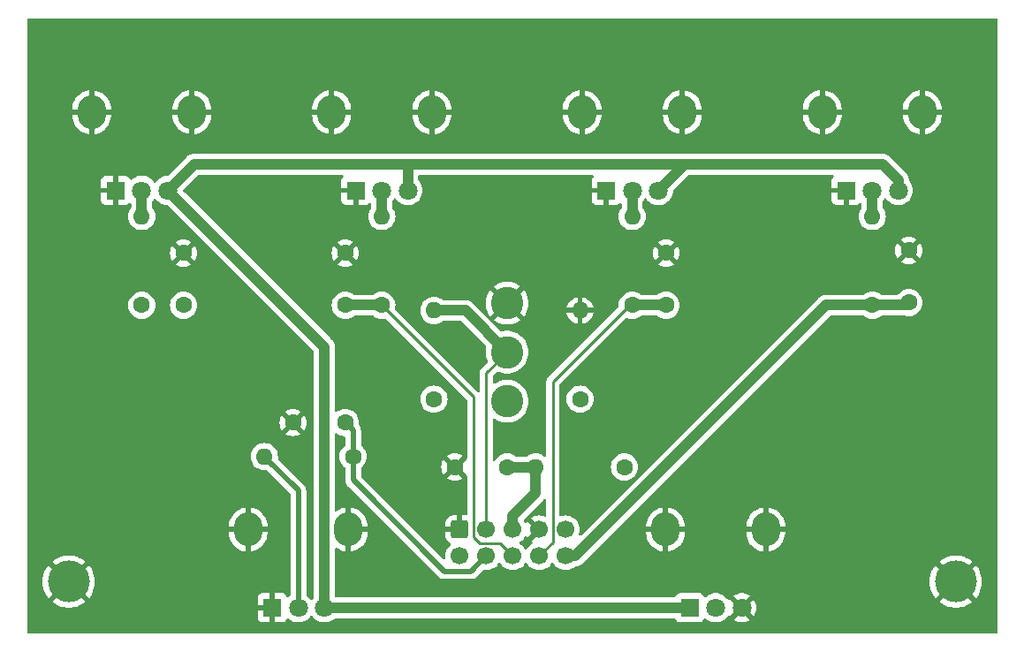
<source format=gbr>
%TF.GenerationSoftware,KiCad,Pcbnew,7.0.2*%
%TF.CreationDate,2024-01-15T12:29:35-05:00*%
%TF.ProjectId,CONTROL PCB,434f4e54-524f-44c2-9050-43422e6b6963,rev?*%
%TF.SameCoordinates,Original*%
%TF.FileFunction,Copper,L1,Top*%
%TF.FilePolarity,Positive*%
%FSLAX46Y46*%
G04 Gerber Fmt 4.6, Leading zero omitted, Abs format (unit mm)*
G04 Created by KiCad (PCBNEW 7.0.2) date 2024-01-15 12:29:35*
%MOMM*%
%LPD*%
G01*
G04 APERTURE LIST*
G04 Aperture macros list*
%AMRoundRect*
0 Rectangle with rounded corners*
0 $1 Rounding radius*
0 $2 $3 $4 $5 $6 $7 $8 $9 X,Y pos of 4 corners*
0 Add a 4 corners polygon primitive as box body*
4,1,4,$2,$3,$4,$5,$6,$7,$8,$9,$2,$3,0*
0 Add four circle primitives for the rounded corners*
1,1,$1+$1,$2,$3*
1,1,$1+$1,$4,$5*
1,1,$1+$1,$6,$7*
1,1,$1+$1,$8,$9*
0 Add four rect primitives between the rounded corners*
20,1,$1+$1,$2,$3,$4,$5,0*
20,1,$1+$1,$4,$5,$6,$7,0*
20,1,$1+$1,$6,$7,$8,$9,0*
20,1,$1+$1,$8,$9,$2,$3,0*%
G04 Aperture macros list end*
%TA.AperFunction,ComponentPad*%
%ADD10C,3.100000*%
%TD*%
%TA.AperFunction,ComponentPad*%
%ADD11C,1.600000*%
%TD*%
%TA.AperFunction,ComponentPad*%
%ADD12O,1.600000X1.600000*%
%TD*%
%TA.AperFunction,ComponentPad*%
%ADD13C,4.000000*%
%TD*%
%TA.AperFunction,ComponentPad*%
%ADD14O,2.720000X3.240000*%
%TD*%
%TA.AperFunction,ComponentPad*%
%ADD15R,1.800000X1.800000*%
%TD*%
%TA.AperFunction,ComponentPad*%
%ADD16C,1.800000*%
%TD*%
%TA.AperFunction,ComponentPad*%
%ADD17RoundRect,0.250000X-0.600000X0.600000X-0.600000X-0.600000X0.600000X-0.600000X0.600000X0.600000X0*%
%TD*%
%TA.AperFunction,ComponentPad*%
%ADD18C,1.700000*%
%TD*%
%TA.AperFunction,Conductor*%
%ADD19C,0.500000*%
%TD*%
%TA.AperFunction,Conductor*%
%ADD20C,0.250000*%
%TD*%
%TA.AperFunction,Conductor*%
%ADD21C,1.000000*%
%TD*%
G04 APERTURE END LIST*
D10*
%TO.P,MODE,1*%
%TO.N,5V*%
X125000000Y-59700000D03*
%TO.P,MODE,2*%
%TO.N,MODE*%
X125000000Y-55000000D03*
%TO.P,MODE,3*%
%TO.N,GND*%
X125000000Y-50300000D03*
%TD*%
D11*
%TO.P,R4,1*%
%TO.N,REL*%
X160000000Y-50500000D03*
D12*
%TO.P,R4,2*%
%TO.N,RPOT*%
X160000000Y-42000000D03*
%TD*%
D11*
%TO.P,100nf,1*%
%TO.N,TIME*%
X125000000Y-66000000D03*
%TO.P,100nf,2*%
%TO.N,GND*%
X120000000Y-66000000D03*
%TD*%
D13*
%TO.P,REF\u002A\u002A,1*%
%TO.N,GND*%
X168000000Y-77000000D03*
%TD*%
D11*
%TO.P,R5,1*%
%TO.N,TEAPOT*%
X136250000Y-66000000D03*
D12*
%TO.P,R5,2*%
%TO.N,TIME*%
X127750000Y-66000000D03*
%TD*%
D11*
%TO.P,R7,1*%
%TO.N,MODE*%
X132000000Y-59500000D03*
D12*
%TO.P,R7,2*%
%TO.N,GND*%
X132000000Y-51000000D03*
%TD*%
D14*
%TO.P,B100K,*%
%TO.N,GND*%
X140200000Y-72000000D03*
X149800000Y-72000000D03*
D15*
%TO.P,B100K,1*%
%TO.N,5V*%
X142500000Y-79500000D03*
D16*
%TO.P,B100K,2*%
%TO.N,TEAPOT*%
X145000000Y-79500000D03*
%TO.P,B100K,3*%
%TO.N,GND*%
X147500000Y-79500000D03*
%TD*%
D12*
%TO.P,R2,2*%
%TO.N,DPOT*%
X113000000Y-42000000D03*
D11*
%TO.P,R2,1*%
%TO.N,DEC*%
X113000000Y-50500000D03*
%TD*%
%TO.P,R7,1*%
%TO.N,5V*%
X118000000Y-59500000D03*
D12*
%TO.P,R7,2*%
%TO.N,MODE*%
X118000000Y-51000000D03*
%TD*%
D14*
%TO.P,B100K,*%
%TO.N,GND*%
X155200000Y-32000000D03*
X164800000Y-32000000D03*
D15*
%TO.P,B100K,1*%
X157500000Y-39500000D03*
D16*
%TO.P,B100K,2*%
%TO.N,RPOT*%
X160000000Y-39500000D03*
%TO.P,B100K,3*%
%TO.N,5V*%
X162500000Y-39500000D03*
%TD*%
D11*
%TO.P,100nf,1*%
%TO.N,LVL*%
X109500000Y-61750000D03*
%TO.P,100nf,2*%
%TO.N,GND*%
X104500000Y-61750000D03*
%TD*%
D14*
%TO.P,B100K,*%
%TO.N,GND*%
X100200000Y-72000000D03*
X109800000Y-72000000D03*
D15*
%TO.P,B100K,1*%
X102500000Y-79500000D03*
D16*
%TO.P,B100K,2*%
%TO.N,LPOT*%
X105000000Y-79500000D03*
%TO.P,B100K,3*%
%TO.N,5V*%
X107500000Y-79500000D03*
%TD*%
D14*
%TO.P,B100K,*%
%TO.N,GND*%
X132200000Y-32000000D03*
X141800000Y-32000000D03*
D15*
%TO.P,B100K,1*%
X134500000Y-39500000D03*
D16*
%TO.P,B100K,2*%
%TO.N,SPOT*%
X137000000Y-39500000D03*
%TO.P,B100K,3*%
%TO.N,5V*%
X139500000Y-39500000D03*
%TD*%
D11*
%TO.P,100nf,1*%
%TO.N,REL*%
X163500000Y-50250000D03*
%TO.P,100nf,2*%
%TO.N,GND*%
X163500000Y-45250000D03*
%TD*%
%TO.P,100nf,1*%
%TO.N,SUS*%
X140250000Y-50500000D03*
%TO.P,100nf,2*%
%TO.N,GND*%
X140250000Y-45500000D03*
%TD*%
%TO.P,100nf,1*%
%TO.N,ATK*%
X94000000Y-50500000D03*
%TO.P,100nf,2*%
%TO.N,GND*%
X94000000Y-45500000D03*
%TD*%
%TO.P,R1,1*%
%TO.N,ATK*%
X90000000Y-50500000D03*
D12*
%TO.P,R1,2*%
%TO.N,APOT*%
X90000000Y-42000000D03*
%TD*%
D11*
%TO.P,R6,1*%
%TO.N,LVL*%
X110250000Y-65000000D03*
D12*
%TO.P,R6,2*%
%TO.N,LPOT*%
X101750000Y-65000000D03*
%TD*%
D14*
%TO.P,B100K,*%
%TO.N,GND*%
X108200000Y-32000000D03*
X117800000Y-32000000D03*
D15*
%TO.P,B100K,1*%
X110500000Y-39500000D03*
D16*
%TO.P,B100K,2*%
%TO.N,DPOT*%
X113000000Y-39500000D03*
%TO.P,B100K,3*%
%TO.N,5V*%
X115500000Y-39500000D03*
%TD*%
D14*
%TO.P,B100K,*%
%TO.N,GND*%
X85200000Y-32000000D03*
X94800000Y-32000000D03*
D15*
%TO.P,B100K,1*%
X87500000Y-39500000D03*
D16*
%TO.P,B100K,2*%
%TO.N,APOT*%
X90000000Y-39500000D03*
%TO.P,B100K,3*%
%TO.N,5V*%
X92500000Y-39500000D03*
%TD*%
D11*
%TO.P,R3,1*%
%TO.N,SUS*%
X137000000Y-50500000D03*
D12*
%TO.P,R3,2*%
%TO.N,SPOT*%
X137000000Y-42000000D03*
%TD*%
D11*
%TO.P,100nf,1*%
%TO.N,DEC*%
X109500000Y-50500000D03*
%TO.P,100nf,2*%
%TO.N,GND*%
X109500000Y-45500000D03*
%TD*%
D13*
%TO.P,REF\u002A\u002A,1*%
%TO.N,GND*%
X83000000Y-77000000D03*
%TD*%
D17*
%TO.P,NOT POWER,1*%
%TO.N,GND*%
X120460000Y-72000000D03*
D18*
%TO.P,NOT POWER,2*%
%TO.N,ATK*%
X120460000Y-74540000D03*
%TO.P,NOT POWER,3*%
%TO.N,MODE*%
X123000000Y-72000000D03*
%TO.P,NOT POWER,4*%
%TO.N,LVL*%
X123000000Y-74540000D03*
%TO.P,NOT POWER,5*%
%TO.N,TIME*%
X125540000Y-72000000D03*
%TO.P,NOT POWER,6*%
%TO.N,DEC*%
X125540000Y-74540000D03*
%TO.P,NOT POWER,7*%
%TO.N,GND*%
X128080000Y-72000000D03*
%TO.P,NOT POWER,8*%
%TO.N,SUS*%
X128080000Y-74540000D03*
%TO.P,NOT POWER,9*%
%TO.N,5V*%
X130620000Y-72000000D03*
%TO.P,NOT POWER,10*%
%TO.N,REL*%
X130620000Y-74540000D03*
%TD*%
D19*
%TO.N,LVL*%
X121540000Y-76000000D02*
X123000000Y-74540000D01*
X110250000Y-65000000D02*
X110250000Y-67250000D01*
X110250000Y-67250000D02*
X119000000Y-76000000D01*
X119000000Y-76000000D02*
X121540000Y-76000000D01*
X110250000Y-65000000D02*
X110250000Y-62500000D01*
X110250000Y-62500000D02*
X109500000Y-61750000D01*
D20*
%TO.N,DEC*%
X121800000Y-72700000D02*
X121800000Y-59300000D01*
X124300000Y-73300000D02*
X122400000Y-73300000D01*
X122400000Y-73300000D02*
X121800000Y-72700000D01*
D21*
X109500000Y-50500000D02*
X113000000Y-50500000D01*
D20*
X121800000Y-59300000D02*
X113000000Y-50500000D01*
X125540000Y-74540000D02*
X124300000Y-73300000D01*
%TO.N,SUS*%
X136750000Y-50500000D02*
X137000000Y-50500000D01*
X129400000Y-57850000D02*
X136750000Y-50500000D01*
X129400000Y-73220000D02*
X129400000Y-57850000D01*
X128080000Y-74540000D02*
X129400000Y-73220000D01*
D21*
X140250000Y-50500000D02*
X137000000Y-50500000D01*
%TO.N,REL*%
X155580000Y-50500000D02*
X160000000Y-50500000D01*
X131540000Y-74540000D02*
X155580000Y-50500000D01*
X130620000Y-74540000D02*
X131540000Y-74540000D01*
X163250000Y-50500000D02*
X163500000Y-50250000D01*
X160000000Y-50500000D02*
X163250000Y-50500000D01*
D20*
%TO.N,MODE*%
X125000000Y-55000000D02*
X123000000Y-57000000D01*
D21*
X118000000Y-51000000D02*
X121000000Y-51000000D01*
X121000000Y-51000000D02*
X125000000Y-55000000D01*
D20*
X123000000Y-57000000D02*
X123000000Y-72000000D01*
D21*
%TO.N,TIME*%
X125540000Y-72000000D02*
X125540000Y-70670000D01*
X127750000Y-68460000D02*
X127750000Y-66000000D01*
X125540000Y-70670000D02*
X127750000Y-68460000D01*
X125000000Y-66000000D02*
X127750000Y-66000000D01*
%TO.N,5V*%
X160900000Y-37000000D02*
X161000000Y-37000000D01*
X161000000Y-37000000D02*
X162500000Y-38500000D01*
X107500000Y-79500000D02*
X142500000Y-79500000D01*
X107500000Y-54500000D02*
X92500000Y-39500000D01*
X115500000Y-37000000D02*
X139500000Y-37000000D01*
X95000000Y-37000000D02*
X115500000Y-37000000D01*
X115500000Y-37000000D02*
X115500000Y-39500000D01*
X142000000Y-37000000D02*
X139500000Y-39500000D01*
X107500000Y-79500000D02*
X107500000Y-54500000D01*
X162500000Y-38500000D02*
X162500000Y-39500000D01*
X160900000Y-37000000D02*
X142000000Y-37000000D01*
X139500000Y-37000000D02*
X160900000Y-37000000D01*
X92500000Y-39500000D02*
X95000000Y-37000000D01*
%TO.N,APOT*%
X90000000Y-42000000D02*
X90000000Y-39500000D01*
%TO.N,DPOT*%
X113000000Y-42000000D02*
X113000000Y-39500000D01*
%TO.N,SPOT*%
X137000000Y-42000000D02*
X137000000Y-39500000D01*
%TO.N,RPOT*%
X160000000Y-42000000D02*
X160000000Y-39500000D01*
D19*
%TO.N,LPOT*%
X105000000Y-68250000D02*
X105000000Y-79500000D01*
X101750000Y-65000000D02*
X105000000Y-68250000D01*
%TD*%
%TA.AperFunction,Conductor*%
%TO.N,GND*%
G36*
X127620507Y-72209844D02*
G01*
X127698239Y-72330798D01*
X127806900Y-72424952D01*
X127937685Y-72484680D01*
X127947464Y-72486086D01*
X127318625Y-73114925D01*
X127394594Y-73168119D01*
X127438219Y-73222696D01*
X127445413Y-73292194D01*
X127413890Y-73354549D01*
X127394595Y-73371269D01*
X127353819Y-73399821D01*
X127219555Y-73493834D01*
X127208595Y-73501508D01*
X127041505Y-73668598D01*
X126911575Y-73854159D01*
X126856998Y-73897784D01*
X126787500Y-73904978D01*
X126725145Y-73873455D01*
X126708425Y-73854159D01*
X126650631Y-73771621D01*
X126578495Y-73668599D01*
X126411401Y-73501505D01*
X126225839Y-73371573D01*
X126182216Y-73316998D01*
X126175022Y-73247500D01*
X126206545Y-73185145D01*
X126225837Y-73168428D01*
X126411401Y-73038495D01*
X126578495Y-72871401D01*
X126708732Y-72685403D01*
X126763307Y-72641780D01*
X126832805Y-72634586D01*
X126895160Y-72666109D01*
X126911880Y-72685405D01*
X126965073Y-72761373D01*
X127596923Y-72129523D01*
X127620507Y-72209844D01*
G37*
%TD.AperFunction*%
%TA.AperFunction,Conductor*%
G36*
X128741726Y-69051072D02*
G01*
X128772650Y-69113726D01*
X128774499Y-69135058D01*
X128774500Y-70639649D01*
X128754815Y-70706688D01*
X128702012Y-70752443D01*
X128632853Y-70762387D01*
X128598095Y-70752031D01*
X128543493Y-70726569D01*
X128315318Y-70665430D01*
X128080000Y-70644842D01*
X127844681Y-70665430D01*
X127616507Y-70726569D01*
X127402422Y-70826399D01*
X127318625Y-70885072D01*
X127947466Y-71513913D01*
X127937685Y-71515320D01*
X127806900Y-71575048D01*
X127698239Y-71669202D01*
X127620507Y-71790156D01*
X127596923Y-71870475D01*
X126965073Y-71238626D01*
X126911881Y-71314594D01*
X126857304Y-71358219D01*
X126787806Y-71365413D01*
X126725451Y-71333891D01*
X126708730Y-71314595D01*
X126604329Y-71165494D01*
X126582004Y-71099293D01*
X126599014Y-71031525D01*
X126618221Y-71006698D01*
X128447390Y-69177528D01*
X128449560Y-69175412D01*
X128513053Y-69115059D01*
X128546759Y-69066630D01*
X128552406Y-69059139D01*
X128554387Y-69056710D01*
X128612000Y-69017186D01*
X128681838Y-69015084D01*
X128741726Y-69051072D01*
G37*
%TD.AperFunction*%
%TA.AperFunction,Conductor*%
G36*
X171942539Y-23020185D02*
G01*
X171988294Y-23072989D01*
X171999500Y-23124500D01*
X171999500Y-81875500D01*
X171979815Y-81942539D01*
X171927011Y-81988294D01*
X171875500Y-81999500D01*
X79124500Y-81999500D01*
X79057461Y-81979815D01*
X79011706Y-81927011D01*
X79000500Y-81875500D01*
X79000500Y-77003894D01*
X80495302Y-77003894D01*
X80514564Y-77310059D01*
X80515538Y-77317779D01*
X80573023Y-77619124D01*
X80574959Y-77626663D01*
X80669759Y-77918426D01*
X80672622Y-77925657D01*
X80803243Y-78203240D01*
X80806987Y-78210051D01*
X80971368Y-78469075D01*
X80975949Y-78475380D01*
X81064286Y-78582160D01*
X81702266Y-77944180D01*
X81865130Y-78134870D01*
X82055818Y-78297732D01*
X81414971Y-78938579D01*
X81414972Y-78938580D01*
X81654620Y-79112694D01*
X81661210Y-79116876D01*
X81930032Y-79264662D01*
X81937071Y-79267975D01*
X82222307Y-79380907D01*
X82229702Y-79383310D01*
X82526837Y-79459602D01*
X82534495Y-79461063D01*
X82838846Y-79499511D01*
X82846608Y-79500000D01*
X83153392Y-79500000D01*
X83161153Y-79499511D01*
X83465504Y-79461063D01*
X83473162Y-79459602D01*
X83770297Y-79383310D01*
X83777692Y-79380907D01*
X84062928Y-79267975D01*
X84069967Y-79264662D01*
X84338798Y-79116872D01*
X84345368Y-79112702D01*
X84585026Y-78938579D01*
X84585027Y-78938579D01*
X83944180Y-78297733D01*
X84134870Y-78134870D01*
X84297733Y-77944180D01*
X84935712Y-78582160D01*
X85024054Y-78475374D01*
X85028630Y-78469076D01*
X85193012Y-78210051D01*
X85196756Y-78203240D01*
X85327377Y-77925657D01*
X85330240Y-77918426D01*
X85425040Y-77626663D01*
X85426976Y-77619124D01*
X85484461Y-77317779D01*
X85485435Y-77310059D01*
X85504698Y-77003894D01*
X85504698Y-76996105D01*
X85485435Y-76689940D01*
X85484461Y-76682220D01*
X85426976Y-76380875D01*
X85425040Y-76373336D01*
X85330240Y-76081573D01*
X85327377Y-76074342D01*
X85196756Y-75796759D01*
X85193012Y-75789948D01*
X85028631Y-75530924D01*
X85024050Y-75524619D01*
X84935712Y-75417838D01*
X84297732Y-76055818D01*
X84134870Y-75865130D01*
X83944180Y-75702266D01*
X84585027Y-75061419D01*
X84585026Y-75061418D01*
X84345379Y-74887305D01*
X84338789Y-74883123D01*
X84069967Y-74735337D01*
X84062928Y-74732024D01*
X83777692Y-74619092D01*
X83770297Y-74616689D01*
X83473162Y-74540397D01*
X83465504Y-74538936D01*
X83161153Y-74500488D01*
X83153392Y-74500000D01*
X82846608Y-74500000D01*
X82838846Y-74500488D01*
X82534495Y-74538936D01*
X82526837Y-74540397D01*
X82229702Y-74616689D01*
X82222307Y-74619092D01*
X81937071Y-74732024D01*
X81930032Y-74735337D01*
X81661210Y-74883123D01*
X81654631Y-74887298D01*
X81414971Y-75061419D01*
X82055819Y-75702266D01*
X81865130Y-75865130D01*
X81702266Y-76055818D01*
X81064286Y-75417838D01*
X81064285Y-75417838D01*
X80975940Y-75524631D01*
X80971373Y-75530917D01*
X80806987Y-75789948D01*
X80803243Y-75796759D01*
X80672622Y-76074342D01*
X80669759Y-76081573D01*
X80574959Y-76373336D01*
X80573023Y-76380875D01*
X80515538Y-76682220D01*
X80514564Y-76689940D01*
X80495302Y-76996105D01*
X80495302Y-77003894D01*
X79000500Y-77003894D01*
X79000500Y-72325712D01*
X98340000Y-72325712D01*
X98340165Y-72330234D01*
X98354898Y-72531543D01*
X98414098Y-72797295D01*
X98511362Y-73051601D01*
X98644615Y-73289032D01*
X98811018Y-73504534D01*
X99007022Y-73693505D01*
X99228463Y-73851933D01*
X99470593Y-73976420D01*
X99728291Y-74064334D01*
X99949999Y-74105285D01*
X99950000Y-74105285D01*
X99950000Y-72844852D01*
X100087047Y-72893559D01*
X100237886Y-72903877D01*
X100385915Y-72873116D01*
X100450000Y-72839909D01*
X100450000Y-74103716D01*
X100450001Y-74103717D01*
X100538748Y-74093952D01*
X100802162Y-74025088D01*
X101052742Y-73918602D01*
X101285154Y-73776763D01*
X101494428Y-73602603D01*
X101676122Y-73399821D01*
X101826351Y-73172748D01*
X101941915Y-72926231D01*
X102020356Y-72665501D01*
X102060000Y-72396130D01*
X102060000Y-72250000D01*
X100750000Y-72250000D01*
X100750000Y-71750000D01*
X102060000Y-71750000D01*
X102060000Y-71674287D01*
X102059834Y-71669765D01*
X102045101Y-71468456D01*
X101985901Y-71202704D01*
X101888637Y-70948398D01*
X101755384Y-70710967D01*
X101588981Y-70495465D01*
X101392977Y-70306494D01*
X101171536Y-70148066D01*
X100929406Y-70023579D01*
X100671709Y-69935665D01*
X100450000Y-69894713D01*
X100450000Y-71155147D01*
X100312953Y-71106441D01*
X100162114Y-71096123D01*
X100014085Y-71126884D01*
X99950000Y-71160090D01*
X99950000Y-69896281D01*
X99861250Y-69906048D01*
X99597837Y-69974911D01*
X99347257Y-70081397D01*
X99114845Y-70223236D01*
X98905571Y-70397396D01*
X98723877Y-70600178D01*
X98573648Y-70827251D01*
X98458084Y-71073768D01*
X98379643Y-71334498D01*
X98340000Y-71603869D01*
X98340000Y-71750000D01*
X99650000Y-71750000D01*
X99650000Y-72250000D01*
X98340000Y-72250000D01*
X98340000Y-72325712D01*
X79000500Y-72325712D01*
X79000500Y-61749999D01*
X103195033Y-61749999D01*
X103214858Y-61976602D01*
X103273733Y-62196326D01*
X103369866Y-62402484D01*
X103420972Y-62475471D01*
X103420974Y-62475472D01*
X104102046Y-61794399D01*
X104114835Y-61875148D01*
X104172359Y-61988045D01*
X104261955Y-62077641D01*
X104374852Y-62135165D01*
X104455599Y-62147953D01*
X103774526Y-62829025D01*
X103774526Y-62829026D01*
X103847515Y-62880133D01*
X104053673Y-62976266D01*
X104273397Y-63035141D01*
X104500000Y-63054966D01*
X104726602Y-63035141D01*
X104946326Y-62976266D01*
X105152480Y-62880134D01*
X105225472Y-62829025D01*
X104544401Y-62147953D01*
X104625148Y-62135165D01*
X104738045Y-62077641D01*
X104827641Y-61988045D01*
X104885165Y-61875148D01*
X104897953Y-61794400D01*
X105579025Y-62475472D01*
X105630134Y-62402480D01*
X105726266Y-62196326D01*
X105785141Y-61976602D01*
X105804966Y-61749999D01*
X105785141Y-61523397D01*
X105726266Y-61303673D01*
X105630133Y-61097515D01*
X105579025Y-61024526D01*
X104897953Y-61705598D01*
X104885165Y-61624852D01*
X104827641Y-61511955D01*
X104738045Y-61422359D01*
X104625148Y-61364835D01*
X104544400Y-61352046D01*
X105225472Y-60670974D01*
X105225471Y-60670972D01*
X105152484Y-60619866D01*
X104946326Y-60523733D01*
X104726602Y-60464858D01*
X104500000Y-60445033D01*
X104273397Y-60464858D01*
X104053672Y-60523733D01*
X103847516Y-60619865D01*
X103774527Y-60670973D01*
X103774526Y-60670973D01*
X104455600Y-61352046D01*
X104374852Y-61364835D01*
X104261955Y-61422359D01*
X104172359Y-61511955D01*
X104114835Y-61624852D01*
X104102046Y-61705599D01*
X103420973Y-61024526D01*
X103420973Y-61024527D01*
X103369865Y-61097516D01*
X103273733Y-61303672D01*
X103214858Y-61523397D01*
X103195033Y-61749999D01*
X79000500Y-61749999D01*
X79000500Y-50499999D01*
X88694531Y-50499999D01*
X88714364Y-50726689D01*
X88773261Y-50946497D01*
X88869432Y-51152735D01*
X88999953Y-51339140D01*
X89160859Y-51500046D01*
X89347264Y-51630567D01*
X89347265Y-51630567D01*
X89347266Y-51630568D01*
X89553504Y-51726739D01*
X89773308Y-51785635D01*
X90000000Y-51805468D01*
X90226692Y-51785635D01*
X90446496Y-51726739D01*
X90652734Y-51630568D01*
X90839139Y-51500047D01*
X91000047Y-51339139D01*
X91130568Y-51152734D01*
X91226739Y-50946496D01*
X91285635Y-50726692D01*
X91305468Y-50500000D01*
X91305468Y-50499999D01*
X92694531Y-50499999D01*
X92714364Y-50726689D01*
X92773261Y-50946497D01*
X92869432Y-51152735D01*
X92999953Y-51339140D01*
X93160859Y-51500046D01*
X93347264Y-51630567D01*
X93347265Y-51630567D01*
X93347266Y-51630568D01*
X93553504Y-51726739D01*
X93773308Y-51785635D01*
X94000000Y-51805468D01*
X94226692Y-51785635D01*
X94446496Y-51726739D01*
X94652734Y-51630568D01*
X94839139Y-51500047D01*
X95000047Y-51339139D01*
X95130568Y-51152734D01*
X95226739Y-50946496D01*
X95285635Y-50726692D01*
X95305468Y-50500000D01*
X95285635Y-50273308D01*
X95226739Y-50053504D01*
X95130568Y-49847266D01*
X95127560Y-49842969D01*
X95000046Y-49660859D01*
X94839140Y-49499953D01*
X94652735Y-49369432D01*
X94446497Y-49273261D01*
X94226689Y-49214364D01*
X94000000Y-49194531D01*
X93773310Y-49214364D01*
X93553502Y-49273261D01*
X93347264Y-49369432D01*
X93160859Y-49499953D01*
X92999953Y-49660859D01*
X92869432Y-49847264D01*
X92773261Y-50053502D01*
X92714364Y-50273310D01*
X92694531Y-50499999D01*
X91305468Y-50499999D01*
X91285635Y-50273308D01*
X91226739Y-50053504D01*
X91130568Y-49847266D01*
X91127560Y-49842969D01*
X91000046Y-49660859D01*
X90839140Y-49499953D01*
X90652735Y-49369432D01*
X90446497Y-49273261D01*
X90226689Y-49214364D01*
X90000000Y-49194531D01*
X89773310Y-49214364D01*
X89553502Y-49273261D01*
X89347264Y-49369432D01*
X89160859Y-49499953D01*
X88999953Y-49660859D01*
X88869432Y-49847264D01*
X88773261Y-50053502D01*
X88714364Y-50273310D01*
X88694531Y-50499999D01*
X79000500Y-50499999D01*
X79000500Y-45500000D01*
X92695033Y-45500000D01*
X92714858Y-45726602D01*
X92773733Y-45946326D01*
X92869866Y-46152484D01*
X92920972Y-46225471D01*
X92920973Y-46225472D01*
X93602045Y-45544399D01*
X93614835Y-45625148D01*
X93672359Y-45738045D01*
X93761955Y-45827641D01*
X93874852Y-45885165D01*
X93955599Y-45897953D01*
X93274526Y-46579025D01*
X93274526Y-46579026D01*
X93347515Y-46630133D01*
X93553673Y-46726266D01*
X93773397Y-46785141D01*
X94000000Y-46804966D01*
X94226602Y-46785141D01*
X94446326Y-46726266D01*
X94652480Y-46630134D01*
X94725472Y-46579025D01*
X94044401Y-45897953D01*
X94125148Y-45885165D01*
X94238045Y-45827641D01*
X94327641Y-45738045D01*
X94385165Y-45625148D01*
X94397953Y-45544400D01*
X95079025Y-46225472D01*
X95130134Y-46152480D01*
X95226266Y-45946326D01*
X95285141Y-45726602D01*
X95304966Y-45500000D01*
X95285141Y-45273397D01*
X95226266Y-45053673D01*
X95130133Y-44847515D01*
X95079025Y-44774526D01*
X94397953Y-45455598D01*
X94385165Y-45374852D01*
X94327641Y-45261955D01*
X94238045Y-45172359D01*
X94125148Y-45114835D01*
X94044400Y-45102046D01*
X94725472Y-44420974D01*
X94725471Y-44420972D01*
X94652484Y-44369866D01*
X94446326Y-44273733D01*
X94226602Y-44214858D01*
X94000000Y-44195033D01*
X93773397Y-44214858D01*
X93553672Y-44273733D01*
X93347516Y-44369865D01*
X93274527Y-44420973D01*
X93274526Y-44420973D01*
X93955600Y-45102046D01*
X93874852Y-45114835D01*
X93761955Y-45172359D01*
X93672359Y-45261955D01*
X93614835Y-45374852D01*
X93602046Y-45455598D01*
X92920973Y-44774527D01*
X92869865Y-44847516D01*
X92773733Y-45053672D01*
X92714858Y-45273397D01*
X92695033Y-45500000D01*
X79000500Y-45500000D01*
X79000500Y-40444518D01*
X86100000Y-40444518D01*
X86100354Y-40451132D01*
X86106400Y-40507371D01*
X86156647Y-40642089D01*
X86242811Y-40757188D01*
X86357910Y-40843352D01*
X86492628Y-40893599D01*
X86548867Y-40899645D01*
X86555482Y-40900000D01*
X87250000Y-40900000D01*
X87250000Y-39935501D01*
X87357685Y-39984680D01*
X87464237Y-40000000D01*
X87535763Y-40000000D01*
X87642315Y-39984680D01*
X87750000Y-39935501D01*
X87750000Y-40900000D01*
X88444518Y-40900000D01*
X88451132Y-40899645D01*
X88507371Y-40893599D01*
X88642089Y-40843352D01*
X88757190Y-40757187D01*
X88776233Y-40731750D01*
X88832166Y-40689878D01*
X88901858Y-40684894D01*
X88963181Y-40718379D01*
X88996666Y-40779702D01*
X88999500Y-40806060D01*
X88999500Y-41122410D01*
X88979815Y-41189449D01*
X88977075Y-41193533D01*
X88869432Y-41347264D01*
X88773261Y-41553502D01*
X88714364Y-41773310D01*
X88694531Y-42000000D01*
X88714364Y-42226689D01*
X88773261Y-42446497D01*
X88869432Y-42652735D01*
X88999953Y-42839140D01*
X89160859Y-43000046D01*
X89347264Y-43130567D01*
X89347265Y-43130567D01*
X89347266Y-43130568D01*
X89553504Y-43226739D01*
X89773308Y-43285635D01*
X90000000Y-43305468D01*
X90226692Y-43285635D01*
X90446496Y-43226739D01*
X90652734Y-43130568D01*
X90839139Y-43000047D01*
X91000047Y-42839139D01*
X91130568Y-42652734D01*
X91226739Y-42446496D01*
X91285635Y-42226692D01*
X91305468Y-42000000D01*
X91285635Y-41773308D01*
X91226739Y-41553504D01*
X91130568Y-41347266D01*
X91022925Y-41193533D01*
X91000597Y-41127326D01*
X91000500Y-41122410D01*
X91000500Y-40529378D01*
X91020185Y-40462339D01*
X91033270Y-40445395D01*
X91034077Y-40444518D01*
X91108979Y-40363153D01*
X91146192Y-40306194D01*
X91199337Y-40260838D01*
X91268568Y-40251414D01*
X91331904Y-40280916D01*
X91353807Y-40306192D01*
X91391021Y-40363153D01*
X91548216Y-40533913D01*
X91731374Y-40676470D01*
X91935497Y-40786936D01*
X92045258Y-40824616D01*
X92155015Y-40862297D01*
X92155017Y-40862297D01*
X92155019Y-40862298D01*
X92383951Y-40900500D01*
X92434217Y-40900500D01*
X92501256Y-40920185D01*
X92521898Y-40936819D01*
X106463181Y-54878102D01*
X106496666Y-54939425D01*
X106499500Y-54965783D01*
X106499500Y-78470621D01*
X106479815Y-78537660D01*
X106466730Y-78554603D01*
X106391021Y-78636847D01*
X106391021Y-78636848D01*
X106353809Y-78693805D01*
X106300662Y-78739161D01*
X106231431Y-78748585D01*
X106168095Y-78719083D01*
X106146191Y-78693805D01*
X106108979Y-78636847D01*
X105951784Y-78466087D01*
X105798337Y-78346655D01*
X105757525Y-78289945D01*
X105750500Y-78248802D01*
X105750500Y-68313705D01*
X105751809Y-68295735D01*
X105751961Y-68294691D01*
X105755289Y-68271977D01*
X105750972Y-68222629D01*
X105750500Y-68211823D01*
X105750500Y-68209901D01*
X105750500Y-68206291D01*
X105746903Y-68175520D01*
X105746536Y-68171929D01*
X105739889Y-68095949D01*
X105735672Y-68076930D01*
X105729967Y-68061256D01*
X105709591Y-68005273D01*
X105708408Y-68001868D01*
X105684417Y-67929468D01*
X105675929Y-67911936D01*
X105675237Y-67910884D01*
X105675237Y-67910883D01*
X105633999Y-67848184D01*
X105632087Y-67845181D01*
X105592050Y-67780270D01*
X105579750Y-67765172D01*
X105524290Y-67712848D01*
X105521703Y-67710335D01*
X103076716Y-65265348D01*
X103043231Y-65204025D01*
X103040869Y-65166863D01*
X103055468Y-65000000D01*
X103035635Y-64773308D01*
X102976739Y-64553504D01*
X102880568Y-64347266D01*
X102750047Y-64160861D01*
X102750046Y-64160859D01*
X102589140Y-63999953D01*
X102402735Y-63869432D01*
X102196497Y-63773261D01*
X101976689Y-63714364D01*
X101750000Y-63694531D01*
X101523310Y-63714364D01*
X101303502Y-63773261D01*
X101097264Y-63869432D01*
X100910859Y-63999953D01*
X100749953Y-64160859D01*
X100619432Y-64347264D01*
X100523261Y-64553502D01*
X100464364Y-64773310D01*
X100444531Y-65000000D01*
X100464364Y-65226689D01*
X100523261Y-65446497D01*
X100619432Y-65652735D01*
X100749953Y-65839140D01*
X100910859Y-66000046D01*
X101097264Y-66130567D01*
X101097265Y-66130567D01*
X101097266Y-66130568D01*
X101303504Y-66226739D01*
X101523308Y-66285635D01*
X101674436Y-66298856D01*
X101749999Y-66305468D01*
X101749999Y-66305467D01*
X101750000Y-66305468D01*
X101916861Y-66290869D01*
X101985359Y-66304635D01*
X102015348Y-66326716D01*
X104213181Y-68524549D01*
X104246666Y-68585872D01*
X104249500Y-68612230D01*
X104249500Y-78248802D01*
X104229815Y-78315841D01*
X104201663Y-78346654D01*
X104187201Y-78357911D01*
X104054023Y-78461567D01*
X103989029Y-78487209D01*
X103920489Y-78473642D01*
X103870164Y-78425174D01*
X103861679Y-78407046D01*
X103843352Y-78357911D01*
X103757188Y-78242811D01*
X103642089Y-78156647D01*
X103507371Y-78106400D01*
X103451132Y-78100354D01*
X103444518Y-78100000D01*
X102750000Y-78100000D01*
X102750000Y-79064498D01*
X102642315Y-79015320D01*
X102535763Y-79000000D01*
X102464237Y-79000000D01*
X102357685Y-79015320D01*
X102250000Y-79064498D01*
X102250000Y-78100000D01*
X101555482Y-78100000D01*
X101548867Y-78100354D01*
X101492628Y-78106400D01*
X101357910Y-78156647D01*
X101242811Y-78242811D01*
X101156647Y-78357910D01*
X101106400Y-78492628D01*
X101100354Y-78548867D01*
X101100000Y-78555481D01*
X101100000Y-79250000D01*
X102066314Y-79250000D01*
X102040507Y-79290156D01*
X102000000Y-79428111D01*
X102000000Y-79571889D01*
X102040507Y-79709844D01*
X102066314Y-79750000D01*
X101100000Y-79750000D01*
X101100000Y-80444518D01*
X101100354Y-80451132D01*
X101106400Y-80507371D01*
X101156647Y-80642089D01*
X101242811Y-80757188D01*
X101357910Y-80843352D01*
X101492628Y-80893599D01*
X101548867Y-80899645D01*
X101555482Y-80900000D01*
X102250000Y-80900000D01*
X102250000Y-79935501D01*
X102357685Y-79984680D01*
X102464237Y-80000000D01*
X102535763Y-80000000D01*
X102642315Y-79984680D01*
X102750000Y-79935501D01*
X102750000Y-80900000D01*
X103444518Y-80900000D01*
X103451132Y-80899645D01*
X103507371Y-80893599D01*
X103642089Y-80843352D01*
X103757188Y-80757188D01*
X103843352Y-80642088D01*
X103861679Y-80592953D01*
X103903550Y-80537019D01*
X103969014Y-80512602D01*
X104037287Y-80527453D01*
X104054016Y-80538427D01*
X104231374Y-80676470D01*
X104435497Y-80786936D01*
X104545258Y-80824616D01*
X104655015Y-80862297D01*
X104655017Y-80862297D01*
X104655019Y-80862298D01*
X104883951Y-80900500D01*
X104883952Y-80900500D01*
X105116048Y-80900500D01*
X105116049Y-80900500D01*
X105344981Y-80862298D01*
X105564503Y-80786936D01*
X105768626Y-80676470D01*
X105951784Y-80533913D01*
X106108979Y-80363153D01*
X106146192Y-80306194D01*
X106199337Y-80260838D01*
X106268568Y-80251414D01*
X106331904Y-80280916D01*
X106353807Y-80306192D01*
X106391021Y-80363153D01*
X106548216Y-80533913D01*
X106731374Y-80676470D01*
X106935497Y-80786936D01*
X107045257Y-80824616D01*
X107155015Y-80862297D01*
X107155017Y-80862297D01*
X107155019Y-80862298D01*
X107383951Y-80900500D01*
X107383952Y-80900500D01*
X107616048Y-80900500D01*
X107616049Y-80900500D01*
X107844981Y-80862298D01*
X108064503Y-80786936D01*
X108268626Y-80676470D01*
X108407429Y-80568435D01*
X108459893Y-80527602D01*
X108462220Y-80530592D01*
X108505588Y-80504528D01*
X108536935Y-80500500D01*
X141017210Y-80500500D01*
X141084249Y-80520185D01*
X141130004Y-80572989D01*
X141133385Y-80581150D01*
X141156204Y-80642331D01*
X141242454Y-80757546D01*
X141357669Y-80843796D01*
X141492517Y-80894091D01*
X141552127Y-80900500D01*
X143447872Y-80900499D01*
X143507483Y-80894091D01*
X143642331Y-80843796D01*
X143757546Y-80757546D01*
X143843796Y-80642331D01*
X143862093Y-80593273D01*
X143903963Y-80537341D01*
X143969427Y-80512924D01*
X144037700Y-80527775D01*
X144054434Y-80538752D01*
X144231374Y-80676470D01*
X144435497Y-80786936D01*
X144545258Y-80824617D01*
X144655015Y-80862297D01*
X144655017Y-80862297D01*
X144655019Y-80862298D01*
X144883951Y-80900500D01*
X144883952Y-80900500D01*
X145116048Y-80900500D01*
X145116049Y-80900500D01*
X145344981Y-80862298D01*
X145564503Y-80786936D01*
X145768626Y-80676470D01*
X145951784Y-80533913D01*
X146108979Y-80363153D01*
X146146489Y-80305738D01*
X146199635Y-80260382D01*
X146268866Y-80250958D01*
X146332202Y-80280460D01*
X146346914Y-80297437D01*
X146348811Y-80297634D01*
X147016922Y-79629522D01*
X147040507Y-79709844D01*
X147118239Y-79830798D01*
X147226900Y-79924952D01*
X147357685Y-79984680D01*
X147367466Y-79986086D01*
X146701199Y-80652351D01*
X146731650Y-80676051D01*
X146935700Y-80786477D01*
X147155140Y-80861811D01*
X147383993Y-80900000D01*
X147616007Y-80900000D01*
X147844859Y-80861811D01*
X148064296Y-80786478D01*
X148268353Y-80676048D01*
X148298798Y-80652351D01*
X147632533Y-79986086D01*
X147642315Y-79984680D01*
X147773100Y-79924952D01*
X147881761Y-79830798D01*
X147959493Y-79709844D01*
X147983077Y-79629523D01*
X148651186Y-80297634D01*
X148735483Y-80168607D01*
X148828680Y-79956138D01*
X148885638Y-79731217D01*
X148904798Y-79500000D01*
X148885638Y-79268782D01*
X148828680Y-79043860D01*
X148735484Y-78831392D01*
X148651186Y-78702364D01*
X147983076Y-79370473D01*
X147959493Y-79290156D01*
X147881761Y-79169202D01*
X147773100Y-79075048D01*
X147642315Y-79015320D01*
X147632532Y-79013913D01*
X148298799Y-78347647D01*
X148268349Y-78323948D01*
X148064299Y-78213522D01*
X147844859Y-78138188D01*
X147616007Y-78100000D01*
X147383993Y-78100000D01*
X147155140Y-78138188D01*
X146935703Y-78213521D01*
X146731645Y-78323952D01*
X146701200Y-78347646D01*
X146701200Y-78347647D01*
X147367467Y-79013913D01*
X147357685Y-79015320D01*
X147226900Y-79075048D01*
X147118239Y-79169202D01*
X147040507Y-79290156D01*
X147016923Y-79370474D01*
X146348811Y-78702364D01*
X146344029Y-78702860D01*
X146300957Y-78739618D01*
X146231726Y-78749040D01*
X146168391Y-78719538D01*
X146146491Y-78694263D01*
X146108979Y-78636847D01*
X145951784Y-78466087D01*
X145768626Y-78323530D01*
X145564503Y-78213064D01*
X145564499Y-78213062D01*
X145564498Y-78213062D01*
X145344984Y-78137702D01*
X145154456Y-78105909D01*
X145116049Y-78099500D01*
X144883951Y-78099500D01*
X144845544Y-78105909D01*
X144655015Y-78137702D01*
X144435501Y-78213062D01*
X144435497Y-78213063D01*
X144435497Y-78213064D01*
X144369459Y-78248802D01*
X144231372Y-78323531D01*
X144054436Y-78461245D01*
X143989441Y-78486887D01*
X143920902Y-78473320D01*
X143870577Y-78424851D01*
X143862092Y-78406724D01*
X143843796Y-78357669D01*
X143757546Y-78242454D01*
X143642331Y-78156204D01*
X143507483Y-78105909D01*
X143455816Y-78100354D01*
X143451166Y-78099854D01*
X143451165Y-78099853D01*
X143447873Y-78099500D01*
X143444550Y-78099500D01*
X141555439Y-78099500D01*
X141555420Y-78099500D01*
X141552128Y-78099501D01*
X141548848Y-78099853D01*
X141548840Y-78099854D01*
X141492515Y-78105909D01*
X141414868Y-78134870D01*
X141357669Y-78156204D01*
X141242454Y-78242454D01*
X141156204Y-78357669D01*
X141133390Y-78418834D01*
X141091521Y-78474767D01*
X141026057Y-78499184D01*
X141017210Y-78499500D01*
X108624500Y-78499500D01*
X108557461Y-78479815D01*
X108511706Y-78427011D01*
X108500500Y-78375500D01*
X108500500Y-77003894D01*
X165495302Y-77003894D01*
X165514564Y-77310059D01*
X165515538Y-77317779D01*
X165573023Y-77619124D01*
X165574959Y-77626663D01*
X165669759Y-77918426D01*
X165672622Y-77925657D01*
X165803243Y-78203240D01*
X165806987Y-78210051D01*
X165971368Y-78469075D01*
X165975949Y-78475380D01*
X166064286Y-78582160D01*
X166702266Y-77944180D01*
X166865130Y-78134870D01*
X167055818Y-78297732D01*
X166414971Y-78938579D01*
X166414972Y-78938580D01*
X166654620Y-79112694D01*
X166661210Y-79116876D01*
X166930032Y-79264662D01*
X166937071Y-79267975D01*
X167222307Y-79380907D01*
X167229702Y-79383310D01*
X167526837Y-79459602D01*
X167534495Y-79461063D01*
X167838846Y-79499511D01*
X167846608Y-79500000D01*
X168153392Y-79500000D01*
X168161153Y-79499511D01*
X168465504Y-79461063D01*
X168473162Y-79459602D01*
X168770297Y-79383310D01*
X168777692Y-79380907D01*
X169062928Y-79267975D01*
X169069967Y-79264662D01*
X169338798Y-79116872D01*
X169345368Y-79112702D01*
X169585026Y-78938579D01*
X169585027Y-78938579D01*
X168944180Y-78297733D01*
X169134870Y-78134870D01*
X169297733Y-77944180D01*
X169935712Y-78582160D01*
X170024054Y-78475374D01*
X170028630Y-78469076D01*
X170193012Y-78210051D01*
X170196756Y-78203240D01*
X170327377Y-77925657D01*
X170330240Y-77918426D01*
X170425040Y-77626663D01*
X170426976Y-77619124D01*
X170484461Y-77317779D01*
X170485435Y-77310059D01*
X170504698Y-77003894D01*
X170504698Y-76996105D01*
X170485435Y-76689940D01*
X170484461Y-76682220D01*
X170426976Y-76380875D01*
X170425040Y-76373336D01*
X170330240Y-76081573D01*
X170327377Y-76074342D01*
X170196756Y-75796759D01*
X170193012Y-75789948D01*
X170028631Y-75530924D01*
X170024050Y-75524619D01*
X169935712Y-75417838D01*
X169297732Y-76055818D01*
X169134870Y-75865130D01*
X168944179Y-75702265D01*
X169585027Y-75061419D01*
X169585026Y-75061418D01*
X169345379Y-74887305D01*
X169338789Y-74883123D01*
X169069967Y-74735337D01*
X169062928Y-74732024D01*
X168777692Y-74619092D01*
X168770297Y-74616689D01*
X168473162Y-74540397D01*
X168465504Y-74538936D01*
X168161153Y-74500488D01*
X168153392Y-74500000D01*
X167846608Y-74500000D01*
X167838846Y-74500488D01*
X167534495Y-74538936D01*
X167526837Y-74540397D01*
X167229702Y-74616689D01*
X167222307Y-74619092D01*
X166937071Y-74732024D01*
X166930032Y-74735337D01*
X166661210Y-74883123D01*
X166654631Y-74887298D01*
X166414971Y-75061419D01*
X167055819Y-75702266D01*
X166865130Y-75865130D01*
X166702266Y-76055818D01*
X166064286Y-75417838D01*
X166064285Y-75417838D01*
X165975940Y-75524631D01*
X165971373Y-75530917D01*
X165806987Y-75789948D01*
X165803243Y-75796759D01*
X165672622Y-76074342D01*
X165669759Y-76081573D01*
X165574959Y-76373336D01*
X165573023Y-76380875D01*
X165515538Y-76682220D01*
X165514564Y-76689940D01*
X165495302Y-76996105D01*
X165495302Y-77003894D01*
X108500500Y-77003894D01*
X108500500Y-73858476D01*
X108520185Y-73791437D01*
X108572989Y-73745682D01*
X108642147Y-73735738D01*
X108696651Y-73757628D01*
X108828464Y-73851933D01*
X109070593Y-73976420D01*
X109328291Y-74064334D01*
X109549999Y-74105285D01*
X109550000Y-74105285D01*
X109550000Y-72844852D01*
X109687047Y-72893559D01*
X109837886Y-72903877D01*
X109985915Y-72873116D01*
X110050000Y-72839909D01*
X110050000Y-74103716D01*
X110050001Y-74103717D01*
X110138748Y-74093952D01*
X110402162Y-74025088D01*
X110652742Y-73918602D01*
X110885154Y-73776763D01*
X111094428Y-73602603D01*
X111276122Y-73399821D01*
X111426351Y-73172748D01*
X111541915Y-72926231D01*
X111620356Y-72665501D01*
X111660000Y-72396130D01*
X111660000Y-72250000D01*
X110350000Y-72250000D01*
X110350000Y-71750000D01*
X111660000Y-71750000D01*
X111660000Y-71674287D01*
X111659834Y-71669765D01*
X111645101Y-71468456D01*
X111585901Y-71202704D01*
X111488637Y-70948398D01*
X111355384Y-70710967D01*
X111188981Y-70495465D01*
X110992977Y-70306494D01*
X110771536Y-70148066D01*
X110529406Y-70023579D01*
X110271709Y-69935665D01*
X110050000Y-69894713D01*
X110050000Y-71155147D01*
X109912953Y-71106441D01*
X109762114Y-71096123D01*
X109614085Y-71126884D01*
X109550000Y-71160090D01*
X109550000Y-69896281D01*
X109461250Y-69906048D01*
X109197837Y-69974911D01*
X108947257Y-70081397D01*
X108714841Y-70223239D01*
X108703819Y-70232412D01*
X108639698Y-70260165D01*
X108570751Y-70248846D01*
X108518869Y-70202048D01*
X108500500Y-70137100D01*
X108500500Y-62875962D01*
X108520185Y-62808923D01*
X108572989Y-62763168D01*
X108642147Y-62753224D01*
X108695621Y-62774386D01*
X108847266Y-62880568D01*
X109053504Y-62976739D01*
X109273308Y-63035635D01*
X109386307Y-63045521D01*
X109451376Y-63070973D01*
X109492354Y-63127564D01*
X109499500Y-63169049D01*
X109499500Y-63873336D01*
X109479815Y-63940375D01*
X109446626Y-63974909D01*
X109410860Y-63999953D01*
X109249953Y-64160860D01*
X109119432Y-64347264D01*
X109023261Y-64553502D01*
X108964364Y-64773310D01*
X108944531Y-65000000D01*
X108964364Y-65226689D01*
X109023261Y-65446497D01*
X109119432Y-65652735D01*
X109249953Y-65839140D01*
X109410857Y-66000044D01*
X109410860Y-66000046D01*
X109410861Y-66000047D01*
X109446623Y-66025087D01*
X109490247Y-66079661D01*
X109499500Y-66126662D01*
X109499500Y-67186294D01*
X109498191Y-67204264D01*
X109494711Y-67228023D01*
X109499028Y-67277368D01*
X109499500Y-67288175D01*
X109499500Y-67293709D01*
X109499916Y-67297272D01*
X109499917Y-67297282D01*
X109503098Y-67324496D01*
X109503464Y-67328082D01*
X109510109Y-67404041D01*
X109514329Y-67423071D01*
X109514758Y-67424251D01*
X109514759Y-67424255D01*
X109540413Y-67494742D01*
X109541582Y-67498107D01*
X109565580Y-67570524D01*
X109574075Y-67588072D01*
X109615979Y-67651784D01*
X109617889Y-67654782D01*
X109653706Y-67712848D01*
X109657952Y-67719732D01*
X109670253Y-67734830D01*
X109671168Y-67735693D01*
X109671170Y-67735696D01*
X109701493Y-67764304D01*
X109725709Y-67787151D01*
X109728296Y-67789664D01*
X118424267Y-76485634D01*
X118436048Y-76499266D01*
X118450390Y-76518530D01*
X118488339Y-76550373D01*
X118496314Y-76557681D01*
X118500224Y-76561591D01*
X118522026Y-76578830D01*
X118524541Y-76580818D01*
X118527304Y-76583069D01*
X118584786Y-76631302D01*
X118584788Y-76631303D01*
X118585750Y-76632110D01*
X118602180Y-76642578D01*
X118603322Y-76643110D01*
X118603323Y-76643111D01*
X118671350Y-76674832D01*
X118674527Y-76676371D01*
X118740667Y-76709588D01*
X118742702Y-76710610D01*
X118761085Y-76716999D01*
X118762322Y-76717254D01*
X118762328Y-76717257D01*
X118835852Y-76732437D01*
X118839286Y-76733199D01*
X118867510Y-76739889D01*
X118913506Y-76750791D01*
X118932879Y-76752770D01*
X118934141Y-76752733D01*
X118934145Y-76752734D01*
X119006534Y-76750627D01*
X119009132Y-76750552D01*
X119012738Y-76750500D01*
X121476294Y-76750500D01*
X121494264Y-76751809D01*
X121498320Y-76752402D01*
X121518023Y-76755289D01*
X121567368Y-76750972D01*
X121578176Y-76750500D01*
X121580100Y-76750500D01*
X121583709Y-76750500D01*
X121614550Y-76746894D01*
X121618031Y-76746539D01*
X121692797Y-76739999D01*
X121692797Y-76739998D01*
X121694052Y-76739889D01*
X121713062Y-76735674D01*
X121714250Y-76735241D01*
X121714255Y-76735241D01*
X121784820Y-76709557D01*
X121788095Y-76708419D01*
X121859334Y-76684814D01*
X121859336Y-76684812D01*
X121860536Y-76684415D01*
X121878063Y-76675929D01*
X121879112Y-76675238D01*
X121879117Y-76675237D01*
X121941806Y-76634005D01*
X121944798Y-76632099D01*
X122008656Y-76592712D01*
X122008656Y-76592711D01*
X122009729Y-76592050D01*
X122024824Y-76579753D01*
X122025692Y-76578832D01*
X122025696Y-76578830D01*
X122077184Y-76524254D01*
X122079630Y-76521736D01*
X122688499Y-75912867D01*
X122749820Y-75879384D01*
X122786984Y-75877022D01*
X123000000Y-75895659D01*
X123235408Y-75875063D01*
X123463663Y-75813903D01*
X123677830Y-75714035D01*
X123871401Y-75578495D01*
X124038495Y-75411401D01*
X124168427Y-75225838D01*
X124223001Y-75182216D01*
X124292499Y-75175022D01*
X124354854Y-75206545D01*
X124371572Y-75225838D01*
X124501505Y-75411401D01*
X124668599Y-75578495D01*
X124862170Y-75714035D01*
X125076337Y-75813903D01*
X125304592Y-75875063D01*
X125540000Y-75895659D01*
X125775408Y-75875063D01*
X126003663Y-75813903D01*
X126217830Y-75714035D01*
X126411401Y-75578495D01*
X126578495Y-75411401D01*
X126708426Y-75225839D01*
X126763002Y-75182216D01*
X126832500Y-75175022D01*
X126894855Y-75206545D01*
X126911571Y-75225837D01*
X127041505Y-75411401D01*
X127208599Y-75578495D01*
X127402170Y-75714035D01*
X127616337Y-75813903D01*
X127814396Y-75866972D01*
X127844592Y-75875063D01*
X128079999Y-75895659D01*
X128079999Y-75895658D01*
X128080000Y-75895659D01*
X128315408Y-75875063D01*
X128543663Y-75813903D01*
X128757830Y-75714035D01*
X128951401Y-75578495D01*
X129118495Y-75411401D01*
X129248426Y-75225839D01*
X129303002Y-75182216D01*
X129372500Y-75175022D01*
X129434855Y-75206545D01*
X129451571Y-75225837D01*
X129581505Y-75411401D01*
X129748599Y-75578495D01*
X129942170Y-75714035D01*
X130156337Y-75813903D01*
X130354396Y-75866972D01*
X130384592Y-75875063D01*
X130619999Y-75895659D01*
X130619999Y-75895658D01*
X130620000Y-75895659D01*
X130855408Y-75875063D01*
X131083663Y-75813903D01*
X131297830Y-75714035D01*
X131491401Y-75578495D01*
X131491713Y-75578182D01*
X131492323Y-75577849D01*
X131500289Y-75572272D01*
X131500910Y-75573159D01*
X131553032Y-75544695D01*
X131582540Y-75541900D01*
X131603460Y-75542430D01*
X131616363Y-75542757D01*
X131616363Y-75542756D01*
X131616364Y-75542757D01*
X131634782Y-75539455D01*
X131674432Y-75532348D01*
X131683736Y-75531043D01*
X131742438Y-75525074D01*
X131771467Y-75515965D01*
X131786700Y-75512226D01*
X131816653Y-75506858D01*
X131871426Y-75484978D01*
X131880301Y-75481819D01*
X131897675Y-75476367D01*
X131936588Y-75464159D01*
X131963194Y-75449390D01*
X131977362Y-75442662D01*
X132005617Y-75431377D01*
X132054879Y-75398909D01*
X132062910Y-75394043D01*
X132114502Y-75365409D01*
X132137587Y-75345589D01*
X132150114Y-75336144D01*
X132175519Y-75319402D01*
X132217251Y-75277668D01*
X132224123Y-75271300D01*
X132268895Y-75232866D01*
X132287524Y-75208798D01*
X132297883Y-75197036D01*
X135169207Y-72325712D01*
X138340000Y-72325712D01*
X138340165Y-72330234D01*
X138354898Y-72531543D01*
X138414098Y-72797295D01*
X138511362Y-73051601D01*
X138644615Y-73289032D01*
X138811018Y-73504534D01*
X139007022Y-73693505D01*
X139228463Y-73851933D01*
X139470593Y-73976420D01*
X139728291Y-74064334D01*
X139949999Y-74105285D01*
X139950000Y-74105285D01*
X139950000Y-72844852D01*
X140087047Y-72893559D01*
X140237886Y-72903877D01*
X140385915Y-72873116D01*
X140450000Y-72839909D01*
X140450000Y-74103716D01*
X140450001Y-74103717D01*
X140538748Y-74093952D01*
X140802162Y-74025088D01*
X141052742Y-73918602D01*
X141285154Y-73776763D01*
X141494428Y-73602603D01*
X141676122Y-73399821D01*
X141826351Y-73172748D01*
X141941915Y-72926231D01*
X142020356Y-72665501D01*
X142060000Y-72396130D01*
X142060000Y-72325712D01*
X147940000Y-72325712D01*
X147940165Y-72330234D01*
X147954898Y-72531543D01*
X148014098Y-72797295D01*
X148111362Y-73051601D01*
X148244615Y-73289032D01*
X148411018Y-73504534D01*
X148607022Y-73693505D01*
X148828463Y-73851933D01*
X149070593Y-73976420D01*
X149328291Y-74064334D01*
X149549999Y-74105285D01*
X149550000Y-74105285D01*
X149550000Y-72844852D01*
X149687047Y-72893559D01*
X149837886Y-72903877D01*
X149985915Y-72873116D01*
X150050000Y-72839909D01*
X150050000Y-74103716D01*
X150050001Y-74103717D01*
X150138748Y-74093952D01*
X150402162Y-74025088D01*
X150652742Y-73918602D01*
X150885154Y-73776763D01*
X151094428Y-73602603D01*
X151276122Y-73399821D01*
X151426351Y-73172748D01*
X151541915Y-72926231D01*
X151620356Y-72665501D01*
X151660000Y-72396130D01*
X151660000Y-72250000D01*
X150350000Y-72250000D01*
X150350000Y-71750000D01*
X151660000Y-71750000D01*
X151660000Y-71674287D01*
X151659834Y-71669765D01*
X151645101Y-71468456D01*
X151585901Y-71202704D01*
X151488637Y-70948398D01*
X151355384Y-70710967D01*
X151188981Y-70495465D01*
X150992977Y-70306494D01*
X150771536Y-70148066D01*
X150529406Y-70023579D01*
X150271709Y-69935665D01*
X150050000Y-69894713D01*
X150050000Y-71155147D01*
X149912953Y-71106441D01*
X149762114Y-71096123D01*
X149614085Y-71126884D01*
X149550000Y-71160090D01*
X149550000Y-69896281D01*
X149461250Y-69906048D01*
X149197837Y-69974911D01*
X148947257Y-70081397D01*
X148714845Y-70223236D01*
X148505571Y-70397396D01*
X148323877Y-70600178D01*
X148173648Y-70827251D01*
X148058084Y-71073768D01*
X147979643Y-71334498D01*
X147940000Y-71603869D01*
X147940000Y-71750000D01*
X149250000Y-71750000D01*
X149250000Y-72250000D01*
X147940000Y-72250000D01*
X147940000Y-72325712D01*
X142060000Y-72325712D01*
X142060000Y-72250000D01*
X140750000Y-72250000D01*
X140750000Y-71750000D01*
X142060000Y-71750000D01*
X142060000Y-71674287D01*
X142059834Y-71669765D01*
X142045101Y-71468456D01*
X141985901Y-71202704D01*
X141888637Y-70948398D01*
X141755384Y-70710967D01*
X141588981Y-70495465D01*
X141392977Y-70306494D01*
X141171536Y-70148066D01*
X140929406Y-70023579D01*
X140671709Y-69935665D01*
X140450000Y-69894713D01*
X140450000Y-71155147D01*
X140312953Y-71106441D01*
X140162114Y-71096123D01*
X140014085Y-71126884D01*
X139950000Y-71160090D01*
X139950000Y-69896281D01*
X139861250Y-69906048D01*
X139597837Y-69974911D01*
X139347257Y-70081397D01*
X139114845Y-70223236D01*
X138905571Y-70397396D01*
X138723877Y-70600178D01*
X138573648Y-70827251D01*
X138458084Y-71073768D01*
X138379643Y-71334498D01*
X138340000Y-71603869D01*
X138340000Y-71750000D01*
X139650000Y-71750000D01*
X139650000Y-72250000D01*
X138340000Y-72250000D01*
X138340000Y-72325712D01*
X135169207Y-72325712D01*
X155958100Y-51536818D01*
X156019424Y-51503334D01*
X156045782Y-51500500D01*
X159122412Y-51500500D01*
X159189451Y-51520185D01*
X159193523Y-51522917D01*
X159347266Y-51630568D01*
X159553504Y-51726739D01*
X159773308Y-51785635D01*
X160000000Y-51805468D01*
X160226692Y-51785635D01*
X160446496Y-51726739D01*
X160652734Y-51630568D01*
X160806465Y-51522924D01*
X160872671Y-51500598D01*
X160877588Y-51500500D01*
X163125857Y-51500500D01*
X163157948Y-51504724D01*
X163273308Y-51535635D01*
X163424435Y-51548856D01*
X163499999Y-51555468D01*
X163499999Y-51555467D01*
X163500000Y-51555468D01*
X163726692Y-51535635D01*
X163946496Y-51476739D01*
X164152734Y-51380568D01*
X164339139Y-51250047D01*
X164500047Y-51089139D01*
X164630568Y-50902734D01*
X164726739Y-50696496D01*
X164785635Y-50476692D01*
X164805468Y-50250000D01*
X164785635Y-50023308D01*
X164726739Y-49803504D01*
X164630568Y-49597266D01*
X164615567Y-49575841D01*
X164500046Y-49410859D01*
X164339140Y-49249953D01*
X164152735Y-49119432D01*
X163946497Y-49023261D01*
X163726689Y-48964364D01*
X163500000Y-48944531D01*
X163273310Y-48964364D01*
X163053502Y-49023261D01*
X162847264Y-49119432D01*
X162660859Y-49249953D01*
X162499953Y-49410859D01*
X162474912Y-49446623D01*
X162420336Y-49490248D01*
X162373337Y-49499500D01*
X160877588Y-49499500D01*
X160810549Y-49479815D01*
X160806465Y-49477075D01*
X160652734Y-49369432D01*
X160446497Y-49273261D01*
X160226689Y-49214364D01*
X159999999Y-49194531D01*
X159773310Y-49214364D01*
X159553502Y-49273261D01*
X159347265Y-49369432D01*
X159193535Y-49477075D01*
X159127329Y-49499402D01*
X159122412Y-49499500D01*
X155594262Y-49499500D01*
X155591121Y-49499460D01*
X155588832Y-49499402D01*
X155503637Y-49497242D01*
X155445580Y-49507648D01*
X155436251Y-49508957D01*
X155377562Y-49514926D01*
X155348527Y-49524035D01*
X155333290Y-49527774D01*
X155303350Y-49533141D01*
X155248567Y-49555022D01*
X155239698Y-49558179D01*
X155183410Y-49575841D01*
X155156809Y-49590605D01*
X155142639Y-49597335D01*
X155114385Y-49608622D01*
X155065121Y-49641087D01*
X155057070Y-49645964D01*
X155005498Y-49674590D01*
X154982414Y-49694407D01*
X154969887Y-49703853D01*
X154944481Y-49720598D01*
X154902775Y-49762303D01*
X154895868Y-49768704D01*
X154851103Y-49807135D01*
X154832480Y-49831193D01*
X154822108Y-49842969D01*
X132108575Y-72556503D01*
X132047252Y-72589988D01*
X131977560Y-72585004D01*
X131921627Y-72543132D01*
X131897210Y-72477668D01*
X131901118Y-72436734D01*
X131955063Y-72235408D01*
X131975659Y-72000000D01*
X131955063Y-71764592D01*
X131893903Y-71536337D01*
X131794035Y-71322171D01*
X131658495Y-71128599D01*
X131491401Y-70961505D01*
X131297830Y-70825965D01*
X131083663Y-70726097D01*
X131011227Y-70706688D01*
X130855407Y-70664936D01*
X130620000Y-70644340D01*
X130384592Y-70664936D01*
X130181593Y-70719329D01*
X130111743Y-70717666D01*
X130053881Y-70678503D01*
X130026377Y-70614275D01*
X130025500Y-70599554D01*
X130025500Y-66000000D01*
X134944531Y-66000000D01*
X134964364Y-66226689D01*
X135023261Y-66446497D01*
X135119432Y-66652735D01*
X135249953Y-66839140D01*
X135410859Y-67000046D01*
X135597264Y-67130567D01*
X135597265Y-67130567D01*
X135597266Y-67130568D01*
X135803504Y-67226739D01*
X136023308Y-67285635D01*
X136250000Y-67305468D01*
X136476692Y-67285635D01*
X136696496Y-67226739D01*
X136902734Y-67130568D01*
X137089139Y-67000047D01*
X137250047Y-66839139D01*
X137380568Y-66652734D01*
X137476739Y-66446496D01*
X137535635Y-66226692D01*
X137555468Y-66000000D01*
X137535635Y-65773308D01*
X137476739Y-65553504D01*
X137380568Y-65347266D01*
X137320994Y-65262184D01*
X137250046Y-65160859D01*
X137089140Y-64999953D01*
X136902735Y-64869432D01*
X136696497Y-64773261D01*
X136476689Y-64714364D01*
X136250000Y-64694531D01*
X136023310Y-64714364D01*
X135803502Y-64773261D01*
X135597264Y-64869432D01*
X135410859Y-64999953D01*
X135249953Y-65160859D01*
X135119432Y-65347264D01*
X135023261Y-65553502D01*
X134964364Y-65773310D01*
X134944531Y-66000000D01*
X130025500Y-66000000D01*
X130025500Y-59500000D01*
X130694531Y-59500000D01*
X130714364Y-59726689D01*
X130773261Y-59946497D01*
X130869432Y-60152735D01*
X130999953Y-60339140D01*
X131160859Y-60500046D01*
X131347264Y-60630567D01*
X131347265Y-60630567D01*
X131347266Y-60630568D01*
X131553504Y-60726739D01*
X131773308Y-60785635D01*
X132000000Y-60805468D01*
X132226692Y-60785635D01*
X132446496Y-60726739D01*
X132652734Y-60630568D01*
X132839139Y-60500047D01*
X133000047Y-60339139D01*
X133130568Y-60152734D01*
X133226739Y-59946496D01*
X133285635Y-59726692D01*
X133305468Y-59500000D01*
X133285635Y-59273308D01*
X133226739Y-59053504D01*
X133130568Y-58847266D01*
X133123276Y-58836851D01*
X133000046Y-58660859D01*
X132839140Y-58499953D01*
X132652735Y-58369432D01*
X132446497Y-58273261D01*
X132226689Y-58214364D01*
X132000000Y-58194531D01*
X131773310Y-58214364D01*
X131553502Y-58273261D01*
X131347264Y-58369432D01*
X131160859Y-58499953D01*
X130999953Y-58660859D01*
X130869432Y-58847264D01*
X130773261Y-59053502D01*
X130714364Y-59273310D01*
X130694531Y-59500000D01*
X130025500Y-59500000D01*
X130025500Y-58160451D01*
X130045185Y-58093412D01*
X130061814Y-58072775D01*
X136392777Y-51741811D01*
X136454098Y-51708328D01*
X136523790Y-51713312D01*
X136532852Y-51717108D01*
X136553504Y-51726739D01*
X136773308Y-51785635D01*
X137000000Y-51805468D01*
X137226692Y-51785635D01*
X137446496Y-51726739D01*
X137652734Y-51630568D01*
X137806465Y-51522924D01*
X137872671Y-51500598D01*
X137877588Y-51500500D01*
X139372412Y-51500500D01*
X139439451Y-51520185D01*
X139443523Y-51522917D01*
X139597266Y-51630568D01*
X139803504Y-51726739D01*
X140023308Y-51785635D01*
X140250000Y-51805468D01*
X140476692Y-51785635D01*
X140696496Y-51726739D01*
X140902734Y-51630568D01*
X141089139Y-51500047D01*
X141250047Y-51339139D01*
X141380568Y-51152734D01*
X141476739Y-50946496D01*
X141535635Y-50726692D01*
X141555468Y-50500000D01*
X141535635Y-50273308D01*
X141476739Y-50053504D01*
X141380568Y-49847266D01*
X141377560Y-49842969D01*
X141250046Y-49660859D01*
X141089140Y-49499953D01*
X140902735Y-49369432D01*
X140696497Y-49273261D01*
X140476689Y-49214364D01*
X140250000Y-49194531D01*
X140023310Y-49214364D01*
X139803502Y-49273261D01*
X139597265Y-49369432D01*
X139443535Y-49477075D01*
X139377329Y-49499402D01*
X139372412Y-49499500D01*
X137877588Y-49499500D01*
X137810549Y-49479815D01*
X137806465Y-49477075D01*
X137652734Y-49369432D01*
X137446497Y-49273261D01*
X137226689Y-49214364D01*
X137000000Y-49194531D01*
X136773310Y-49214364D01*
X136553502Y-49273261D01*
X136347264Y-49369432D01*
X136160859Y-49499953D01*
X135999953Y-49660859D01*
X135869432Y-49847264D01*
X135773261Y-50053502D01*
X135714364Y-50273310D01*
X135694531Y-50500000D01*
X135703239Y-50599528D01*
X135689472Y-50668028D01*
X135667392Y-50698016D01*
X129016208Y-57349199D01*
X129000110Y-57362096D01*
X128952096Y-57413225D01*
X128949392Y-57416016D01*
X128932628Y-57432780D01*
X128932621Y-57432787D01*
X128929880Y-57435529D01*
X128927499Y-57438597D01*
X128927490Y-57438608D01*
X128927411Y-57438711D01*
X128919842Y-57447572D01*
X128889935Y-57479420D01*
X128880285Y-57496974D01*
X128869609Y-57513228D01*
X128857326Y-57529063D01*
X128839975Y-57569158D01*
X128834838Y-57579644D01*
X128813802Y-57617907D01*
X128808821Y-57637309D01*
X128802520Y-57655711D01*
X128794561Y-57674102D01*
X128787728Y-57717242D01*
X128785360Y-57728674D01*
X128774499Y-57770977D01*
X128774500Y-57791016D01*
X128772973Y-57810414D01*
X128769840Y-57830194D01*
X128773950Y-57873673D01*
X128774500Y-57885343D01*
X128774500Y-64891542D01*
X128754815Y-64958581D01*
X128702011Y-65004336D01*
X128632853Y-65014280D01*
X128579377Y-64993117D01*
X128402735Y-64869432D01*
X128196497Y-64773261D01*
X127976689Y-64714364D01*
X127749999Y-64694531D01*
X127523310Y-64714364D01*
X127303502Y-64773261D01*
X127097265Y-64869432D01*
X126943535Y-64977075D01*
X126877329Y-64999402D01*
X126872412Y-64999500D01*
X125877588Y-64999500D01*
X125810549Y-64979815D01*
X125806465Y-64977075D01*
X125652734Y-64869432D01*
X125446497Y-64773261D01*
X125226689Y-64714364D01*
X124999999Y-64694531D01*
X124773310Y-64714364D01*
X124553502Y-64773261D01*
X124347264Y-64869432D01*
X124160859Y-64999953D01*
X123999953Y-65160859D01*
X123869433Y-65347263D01*
X123869433Y-65347264D01*
X123869432Y-65347266D01*
X123861880Y-65363459D01*
X123815709Y-65415897D01*
X123748515Y-65435048D01*
X123681634Y-65414832D01*
X123636300Y-65361666D01*
X123625500Y-65311052D01*
X123625500Y-61484475D01*
X123645185Y-61417436D01*
X123697989Y-61371681D01*
X123767147Y-61361737D01*
X123820923Y-61383160D01*
X123814754Y-61379111D01*
X124054432Y-61524862D01*
X124311725Y-61636620D01*
X124523047Y-61695830D01*
X124577759Y-61711160D01*
X124577761Y-61711160D01*
X124581839Y-61712303D01*
X124859742Y-61750500D01*
X124863979Y-61750500D01*
X125136021Y-61750500D01*
X125140258Y-61750500D01*
X125418161Y-61712303D01*
X125688275Y-61636620D01*
X125945568Y-61524862D01*
X126185246Y-61379111D01*
X126402845Y-61202081D01*
X126594312Y-60997069D01*
X126756081Y-60767896D01*
X126885136Y-60518830D01*
X126979075Y-60254511D01*
X127036148Y-59979862D01*
X127055291Y-59700000D01*
X127036148Y-59420138D01*
X126979075Y-59145489D01*
X126885136Y-58881170D01*
X126756081Y-58632104D01*
X126594312Y-58402931D01*
X126402845Y-58197919D01*
X126399563Y-58195249D01*
X126399560Y-58195246D01*
X126306264Y-58119344D01*
X126185246Y-58020889D01*
X126181622Y-58018685D01*
X126181619Y-58018683D01*
X125949186Y-57877338D01*
X125949184Y-57877337D01*
X125945568Y-57875138D01*
X125924026Y-57865781D01*
X125692156Y-57765065D01*
X125692146Y-57765061D01*
X125688275Y-57763380D01*
X125684203Y-57762239D01*
X125422240Y-57688839D01*
X125422227Y-57688836D01*
X125418161Y-57687697D01*
X125413974Y-57687121D01*
X125413962Y-57687119D01*
X125144455Y-57650076D01*
X125144442Y-57650075D01*
X125140258Y-57649500D01*
X124859742Y-57649500D01*
X124855558Y-57650075D01*
X124855544Y-57650076D01*
X124586037Y-57687119D01*
X124586022Y-57687121D01*
X124581839Y-57687697D01*
X124577775Y-57688835D01*
X124577759Y-57688839D01*
X124315796Y-57762239D01*
X124315791Y-57762240D01*
X124311725Y-57763380D01*
X124307858Y-57765059D01*
X124307843Y-57765065D01*
X124058315Y-57873451D01*
X124058310Y-57873453D01*
X124054432Y-57875138D01*
X124050821Y-57877333D01*
X124050813Y-57877338D01*
X123814754Y-58020889D01*
X123820814Y-58016916D01*
X123754810Y-58039410D01*
X123686989Y-58022615D01*
X123639015Y-57971820D01*
X123625500Y-57915528D01*
X123625500Y-57310447D01*
X123645184Y-57243412D01*
X123661810Y-57222779D01*
X123998450Y-56886138D01*
X124059771Y-56852655D01*
X124129463Y-56857639D01*
X124135506Y-56860076D01*
X124311725Y-56936620D01*
X124467249Y-56980196D01*
X124577759Y-57011160D01*
X124577761Y-57011160D01*
X124581839Y-57012303D01*
X124859742Y-57050500D01*
X124863979Y-57050500D01*
X125136021Y-57050500D01*
X125140258Y-57050500D01*
X125418161Y-57012303D01*
X125688275Y-56936620D01*
X125945568Y-56824862D01*
X126185246Y-56679111D01*
X126402845Y-56502081D01*
X126594312Y-56297069D01*
X126756081Y-56067896D01*
X126885136Y-55818830D01*
X126979075Y-55554511D01*
X127036148Y-55279862D01*
X127055291Y-55000000D01*
X127036148Y-54720138D01*
X126979075Y-54445489D01*
X126885136Y-54181170D01*
X126756081Y-53932104D01*
X126594312Y-53702931D01*
X126402845Y-53497919D01*
X126399563Y-53495249D01*
X126399560Y-53495246D01*
X126306264Y-53419344D01*
X126185246Y-53320889D01*
X126181622Y-53318685D01*
X126181619Y-53318683D01*
X125949186Y-53177338D01*
X125949184Y-53177337D01*
X125945568Y-53175138D01*
X125924026Y-53165781D01*
X125692156Y-53065065D01*
X125692146Y-53065061D01*
X125688275Y-53063380D01*
X125684203Y-53062239D01*
X125422240Y-52988839D01*
X125422227Y-52988836D01*
X125418161Y-52987697D01*
X125413974Y-52987121D01*
X125413962Y-52987119D01*
X125144455Y-52950076D01*
X125144442Y-52950075D01*
X125140258Y-52949500D01*
X124859742Y-52949500D01*
X124855558Y-52950075D01*
X124855544Y-52950076D01*
X124586037Y-52987119D01*
X124586022Y-52987121D01*
X124581839Y-52987697D01*
X124577772Y-52988836D01*
X124577755Y-52988840D01*
X124511687Y-53007352D01*
X124441823Y-53006484D01*
X124390552Y-52975631D01*
X121719145Y-50304225D01*
X122945499Y-50304225D01*
X122964058Y-50575561D01*
X122965211Y-50583950D01*
X123020543Y-50850219D01*
X123022828Y-50858376D01*
X123113902Y-51114634D01*
X123117272Y-51122393D01*
X123242398Y-51363873D01*
X123246794Y-51371101D01*
X123382744Y-51563699D01*
X123382745Y-51563700D01*
X124100975Y-50845469D01*
X124122732Y-50886172D01*
X124253945Y-51046055D01*
X124413828Y-51177268D01*
X124454529Y-51199023D01*
X123737740Y-51915811D01*
X123811751Y-51976023D01*
X123818669Y-51980907D01*
X124051038Y-52122213D01*
X124058555Y-52126108D01*
X124307999Y-52234456D01*
X124315975Y-52237291D01*
X124577861Y-52310669D01*
X124586140Y-52312389D01*
X124855578Y-52349423D01*
X124864013Y-52350000D01*
X125135987Y-52350000D01*
X125144421Y-52349423D01*
X125413859Y-52312389D01*
X125422138Y-52310669D01*
X125684024Y-52237291D01*
X125692000Y-52234456D01*
X125941444Y-52126108D01*
X125948961Y-52122213D01*
X126181340Y-51980901D01*
X126188244Y-51976027D01*
X126262257Y-51915812D01*
X126262258Y-51915811D01*
X125545470Y-51199023D01*
X125586172Y-51177268D01*
X125746055Y-51046055D01*
X125877268Y-50886172D01*
X125899023Y-50845469D01*
X126617253Y-51563699D01*
X126753207Y-51371098D01*
X126757601Y-51363872D01*
X126816606Y-51250000D01*
X130721128Y-51250000D01*
X130773733Y-51446326D01*
X130869865Y-51652480D01*
X131000341Y-51838819D01*
X131161180Y-51999658D01*
X131347519Y-52130134D01*
X131553673Y-52226266D01*
X131749999Y-52278871D01*
X131750000Y-52278871D01*
X131749999Y-51315685D01*
X131761955Y-51327641D01*
X131874852Y-51385165D01*
X131968519Y-51400000D01*
X132031481Y-51400000D01*
X132125148Y-51385165D01*
X132238045Y-51327641D01*
X132250000Y-51315685D01*
X132250000Y-52278871D01*
X132446326Y-52226266D01*
X132652480Y-52130134D01*
X132838819Y-51999658D01*
X132999658Y-51838819D01*
X133130134Y-51652480D01*
X133226266Y-51446326D01*
X133278872Y-51250000D01*
X132315686Y-51250000D01*
X132327641Y-51238045D01*
X132385165Y-51125148D01*
X132404986Y-51000000D01*
X132385165Y-50874852D01*
X132327641Y-50761955D01*
X132315686Y-50750000D01*
X133278872Y-50750000D01*
X133278871Y-50749999D01*
X133226266Y-50553673D01*
X133130134Y-50347519D01*
X132999658Y-50161180D01*
X132838819Y-50000341D01*
X132652480Y-49869865D01*
X132446326Y-49773733D01*
X132249999Y-49721126D01*
X132249999Y-50684313D01*
X132238045Y-50672359D01*
X132125148Y-50614835D01*
X132031481Y-50600000D01*
X131968519Y-50600000D01*
X131874852Y-50614835D01*
X131761955Y-50672359D01*
X131749999Y-50684314D01*
X131749999Y-49721126D01*
X131553673Y-49773733D01*
X131347519Y-49869865D01*
X131161180Y-50000341D01*
X131000341Y-50161180D01*
X130869865Y-50347519D01*
X130773733Y-50553673D01*
X130721128Y-50749999D01*
X130721128Y-50750000D01*
X131684314Y-50750000D01*
X131672359Y-50761955D01*
X131614835Y-50874852D01*
X131595014Y-51000000D01*
X131614835Y-51125148D01*
X131672359Y-51238045D01*
X131684314Y-51250000D01*
X130721128Y-51250000D01*
X126816606Y-51250000D01*
X126882727Y-51122393D01*
X126886097Y-51114634D01*
X126977171Y-50858376D01*
X126979456Y-50850219D01*
X127034788Y-50583950D01*
X127035941Y-50575561D01*
X127054501Y-50304225D01*
X127054501Y-50295774D01*
X127035941Y-50024438D01*
X127034788Y-50016049D01*
X126979456Y-49749780D01*
X126977171Y-49741623D01*
X126886097Y-49485365D01*
X126882727Y-49477606D01*
X126757601Y-49236126D01*
X126753205Y-49228898D01*
X126617254Y-49036299D01*
X126617253Y-49036298D01*
X125899022Y-49754528D01*
X125877268Y-49713828D01*
X125746055Y-49553945D01*
X125586172Y-49422732D01*
X125545469Y-49400976D01*
X126262258Y-48684187D01*
X126188248Y-48623976D01*
X126181330Y-48619092D01*
X125948961Y-48477786D01*
X125941444Y-48473891D01*
X125692000Y-48365543D01*
X125684024Y-48362708D01*
X125422138Y-48289330D01*
X125413859Y-48287610D01*
X125144421Y-48250576D01*
X125135987Y-48250000D01*
X124864013Y-48250000D01*
X124855578Y-48250576D01*
X124586140Y-48287610D01*
X124577861Y-48289330D01*
X124315975Y-48362708D01*
X124307999Y-48365543D01*
X124058555Y-48473891D01*
X124051038Y-48477786D01*
X123818664Y-48619095D01*
X123811756Y-48623971D01*
X123737740Y-48684187D01*
X124454529Y-49400976D01*
X124413828Y-49422732D01*
X124253945Y-49553945D01*
X124122732Y-49713828D01*
X124100976Y-49754529D01*
X123382745Y-49036298D01*
X123246794Y-49228898D01*
X123242398Y-49236126D01*
X123117272Y-49477606D01*
X123113902Y-49485365D01*
X123022828Y-49741623D01*
X123020543Y-49749780D01*
X122965211Y-50016049D01*
X122964058Y-50024438D01*
X122945499Y-50295774D01*
X122945499Y-50304225D01*
X121719145Y-50304225D01*
X121717567Y-50302647D01*
X121715412Y-50300438D01*
X121655059Y-50236947D01*
X121606640Y-50203246D01*
X121599118Y-50197575D01*
X121553405Y-50160300D01*
X121526440Y-50146215D01*
X121513019Y-50138084D01*
X121488049Y-50120705D01*
X121488048Y-50120704D01*
X121488046Y-50120703D01*
X121433845Y-50097443D01*
X121425336Y-50093402D01*
X121373053Y-50066092D01*
X121367126Y-50064396D01*
X121343798Y-50057721D01*
X121329020Y-50052459D01*
X121301058Y-50040460D01*
X121243272Y-50028583D01*
X121234128Y-50026338D01*
X121177421Y-50010113D01*
X121147075Y-50007802D01*
X121131534Y-50005622D01*
X121101742Y-49999500D01*
X121101741Y-49999500D01*
X121042758Y-49999500D01*
X121033344Y-49999142D01*
X121024198Y-49998445D01*
X120974524Y-49994663D01*
X120974523Y-49994663D01*
X120974522Y-49994663D01*
X120944349Y-49998506D01*
X120928683Y-49999500D01*
X118877588Y-49999500D01*
X118810549Y-49979815D01*
X118806465Y-49977075D01*
X118652734Y-49869432D01*
X118446497Y-49773261D01*
X118226689Y-49714364D01*
X118000000Y-49694531D01*
X117773310Y-49714364D01*
X117553502Y-49773261D01*
X117347264Y-49869432D01*
X117160859Y-49999953D01*
X116999953Y-50160859D01*
X116869432Y-50347264D01*
X116773261Y-50553502D01*
X116714364Y-50773310D01*
X116694531Y-50999999D01*
X116714364Y-51226689D01*
X116773261Y-51446497D01*
X116869432Y-51652735D01*
X116999953Y-51839140D01*
X117160859Y-52000046D01*
X117347264Y-52130567D01*
X117347265Y-52130567D01*
X117347266Y-52130568D01*
X117553504Y-52226739D01*
X117773308Y-52285635D01*
X118000000Y-52305468D01*
X118226692Y-52285635D01*
X118446496Y-52226739D01*
X118652734Y-52130568D01*
X118806465Y-52022924D01*
X118872671Y-52000598D01*
X118877588Y-52000500D01*
X120534217Y-52000500D01*
X120601256Y-52020185D01*
X120621898Y-52036819D01*
X122975235Y-54390155D01*
X123008720Y-54451478D01*
X123008960Y-54503064D01*
X122964716Y-54715978D01*
X122963852Y-54720138D01*
X122963563Y-54724362D01*
X122963562Y-54724370D01*
X122953047Y-54878102D01*
X122944709Y-55000000D01*
X122963852Y-55279862D01*
X122964713Y-55284009D01*
X122964715Y-55284018D01*
X123020061Y-55550354D01*
X123020925Y-55554511D01*
X123022343Y-55558503D01*
X123022346Y-55558511D01*
X123113443Y-55814833D01*
X123114864Y-55818830D01*
X123116811Y-55822588D01*
X123116813Y-55822592D01*
X123135138Y-55857957D01*
X123148503Y-55926536D01*
X123122669Y-55991455D01*
X123112721Y-56002686D01*
X122616208Y-56499199D01*
X122600110Y-56512096D01*
X122552096Y-56563225D01*
X122549392Y-56566016D01*
X122532628Y-56582780D01*
X122532621Y-56582787D01*
X122529880Y-56585529D01*
X122527499Y-56588597D01*
X122527490Y-56588608D01*
X122527411Y-56588711D01*
X122519842Y-56597572D01*
X122489935Y-56629420D01*
X122480285Y-56646974D01*
X122469609Y-56663228D01*
X122457326Y-56679063D01*
X122439975Y-56719158D01*
X122434838Y-56729644D01*
X122413802Y-56767907D01*
X122408821Y-56787309D01*
X122402520Y-56805711D01*
X122394561Y-56824102D01*
X122387728Y-56867242D01*
X122385360Y-56878674D01*
X122374499Y-56920977D01*
X122374500Y-56941016D01*
X122372973Y-56960414D01*
X122369839Y-56980196D01*
X122373949Y-57023676D01*
X122374499Y-57035343D01*
X122374500Y-58690547D01*
X122354815Y-58757586D01*
X122302012Y-58803341D01*
X122232853Y-58813285D01*
X122169297Y-58784260D01*
X122162819Y-58778228D01*
X114299413Y-50914822D01*
X114265928Y-50853499D01*
X114267319Y-50795047D01*
X114285635Y-50726692D01*
X114305468Y-50500000D01*
X114285635Y-50273308D01*
X114226739Y-50053504D01*
X114130568Y-49847266D01*
X114127560Y-49842969D01*
X114000046Y-49660859D01*
X113839140Y-49499953D01*
X113652735Y-49369432D01*
X113446497Y-49273261D01*
X113226689Y-49214364D01*
X113000000Y-49194531D01*
X112773310Y-49214364D01*
X112553502Y-49273261D01*
X112347265Y-49369432D01*
X112193535Y-49477075D01*
X112127329Y-49499402D01*
X112122412Y-49499500D01*
X110377588Y-49499500D01*
X110310549Y-49479815D01*
X110306465Y-49477075D01*
X110152734Y-49369432D01*
X109946497Y-49273261D01*
X109726689Y-49214364D01*
X109499999Y-49194531D01*
X109273310Y-49214364D01*
X109053502Y-49273261D01*
X108847264Y-49369432D01*
X108660859Y-49499953D01*
X108499953Y-49660859D01*
X108369432Y-49847264D01*
X108273261Y-50053502D01*
X108214364Y-50273310D01*
X108194531Y-50500000D01*
X108214364Y-50726689D01*
X108273261Y-50946497D01*
X108369432Y-51152735D01*
X108499953Y-51339140D01*
X108660859Y-51500046D01*
X108847264Y-51630567D01*
X108847265Y-51630567D01*
X108847266Y-51630568D01*
X109053504Y-51726739D01*
X109273308Y-51785635D01*
X109500000Y-51805468D01*
X109726692Y-51785635D01*
X109946496Y-51726739D01*
X110152734Y-51630568D01*
X110306465Y-51522924D01*
X110372671Y-51500598D01*
X110377588Y-51500500D01*
X112122412Y-51500500D01*
X112189451Y-51520185D01*
X112193523Y-51522917D01*
X112347266Y-51630568D01*
X112553504Y-51726739D01*
X112773308Y-51785635D01*
X113000000Y-51805468D01*
X113226692Y-51785635D01*
X113295047Y-51767319D01*
X113364897Y-51768982D01*
X113414822Y-51799413D01*
X121138180Y-59522770D01*
X121171665Y-59584093D01*
X121174499Y-59610451D01*
X121174499Y-65147557D01*
X121154814Y-65214596D01*
X121102010Y-65260351D01*
X121091367Y-65262184D01*
X120397953Y-65955598D01*
X120385165Y-65874852D01*
X120327641Y-65761955D01*
X120238045Y-65672359D01*
X120125148Y-65614835D01*
X120044399Y-65602045D01*
X120725472Y-64920973D01*
X120725471Y-64920972D01*
X120652484Y-64869866D01*
X120446326Y-64773733D01*
X120226602Y-64714858D01*
X119999999Y-64695033D01*
X119773397Y-64714858D01*
X119553672Y-64773733D01*
X119347516Y-64869865D01*
X119274526Y-64920973D01*
X119955598Y-65602046D01*
X119874852Y-65614835D01*
X119761955Y-65672359D01*
X119672359Y-65761955D01*
X119614835Y-65874852D01*
X119602046Y-65955598D01*
X118920973Y-65274527D01*
X118869865Y-65347516D01*
X118773733Y-65553672D01*
X118714858Y-65773397D01*
X118695033Y-66000000D01*
X118714858Y-66226602D01*
X118773733Y-66446326D01*
X118869866Y-66652484D01*
X118920972Y-66725471D01*
X118920973Y-66725472D01*
X119602045Y-66044399D01*
X119614835Y-66125148D01*
X119672359Y-66238045D01*
X119761955Y-66327641D01*
X119874852Y-66385165D01*
X119955599Y-66397953D01*
X119274526Y-67079025D01*
X119274526Y-67079026D01*
X119347515Y-67130133D01*
X119553673Y-67226266D01*
X119773397Y-67285141D01*
X120000000Y-67304966D01*
X120226602Y-67285141D01*
X120446326Y-67226266D01*
X120652480Y-67130134D01*
X120725472Y-67079025D01*
X120044401Y-66397953D01*
X120125148Y-66385165D01*
X120238045Y-66327641D01*
X120327641Y-66238045D01*
X120385165Y-66125148D01*
X120397953Y-66044400D01*
X121093223Y-66739670D01*
X121108187Y-66742677D01*
X121158372Y-66791290D01*
X121174499Y-66852441D01*
X121174500Y-70526000D01*
X121154815Y-70593039D01*
X121102011Y-70638794D01*
X121050500Y-70650000D01*
X120710000Y-70650000D01*
X120709999Y-71564498D01*
X120602315Y-71515320D01*
X120495763Y-71500000D01*
X120424237Y-71500000D01*
X120317685Y-71515320D01*
X120210000Y-71564498D01*
X120210000Y-70650000D01*
X119813171Y-70650000D01*
X119806888Y-70650321D01*
X119707304Y-70660493D01*
X119540877Y-70715642D01*
X119391654Y-70807683D01*
X119267683Y-70931654D01*
X119175642Y-71080877D01*
X119120493Y-71247303D01*
X119110319Y-71346890D01*
X119110000Y-71353168D01*
X119110000Y-71750000D01*
X120026314Y-71750000D01*
X120000507Y-71790156D01*
X119960000Y-71928111D01*
X119960000Y-72071889D01*
X120000507Y-72209844D01*
X120026314Y-72250000D01*
X119110001Y-72250000D01*
X119110001Y-72646829D01*
X119110321Y-72653111D01*
X119120493Y-72752695D01*
X119175642Y-72919122D01*
X119267683Y-73068345D01*
X119391654Y-73192316D01*
X119540876Y-73284356D01*
X119549397Y-73287180D01*
X119606843Y-73326951D01*
X119633668Y-73391467D01*
X119621354Y-73460243D01*
X119594197Y-73491761D01*
X119596270Y-73493834D01*
X119421505Y-73668598D01*
X119285965Y-73862170D01*
X119186097Y-74076336D01*
X119124936Y-74304592D01*
X119104340Y-74540000D01*
X119122871Y-74751807D01*
X119109104Y-74820307D01*
X119060489Y-74870490D01*
X118992460Y-74886423D01*
X118926617Y-74863048D01*
X118911662Y-74850295D01*
X115145787Y-71084420D01*
X111036818Y-66975450D01*
X111003333Y-66914127D01*
X111000499Y-66887777D01*
X111000499Y-66126662D01*
X111020184Y-66059624D01*
X111053377Y-66025087D01*
X111053380Y-66025085D01*
X111089139Y-66000047D01*
X111250047Y-65839139D01*
X111380568Y-65652734D01*
X111476739Y-65446496D01*
X111535635Y-65226692D01*
X111555468Y-65000000D01*
X111535635Y-64773308D01*
X111476739Y-64553504D01*
X111380568Y-64347266D01*
X111250047Y-64160861D01*
X111089139Y-63999953D01*
X111053374Y-63974909D01*
X111009751Y-63920331D01*
X111000500Y-63873336D01*
X111000500Y-62563705D01*
X111001809Y-62545735D01*
X111001980Y-62544564D01*
X111005289Y-62521977D01*
X111000971Y-62472633D01*
X111000500Y-62461827D01*
X111000500Y-62459901D01*
X111000500Y-62456291D01*
X110996894Y-62425443D01*
X110996537Y-62421956D01*
X110989998Y-62347203D01*
X110989888Y-62345943D01*
X110985674Y-62326935D01*
X110985241Y-62325745D01*
X110959567Y-62255207D01*
X110958399Y-62251844D01*
X110934814Y-62180666D01*
X110934811Y-62180662D01*
X110934416Y-62179468D01*
X110925929Y-62161936D01*
X110925237Y-62160884D01*
X110925237Y-62160883D01*
X110883999Y-62098184D01*
X110882087Y-62095181D01*
X110842050Y-62030270D01*
X110829749Y-62015171D01*
X110829553Y-62014986D01*
X110829437Y-62014788D01*
X110827939Y-62012949D01*
X110820868Y-62002199D01*
X110821743Y-62001623D01*
X110794299Y-61954663D01*
X110791120Y-61913988D01*
X110805468Y-61750000D01*
X110802220Y-61712880D01*
X110785635Y-61523310D01*
X110785635Y-61523308D01*
X110726739Y-61303504D01*
X110630568Y-61097266D01*
X110579636Y-61024526D01*
X110500046Y-60910859D01*
X110339140Y-60749953D01*
X110152735Y-60619432D01*
X109946497Y-60523261D01*
X109726689Y-60464364D01*
X109499999Y-60444531D01*
X109273310Y-60464364D01*
X109053502Y-60523261D01*
X108847264Y-60619432D01*
X108695623Y-60725612D01*
X108629417Y-60747939D01*
X108561649Y-60730928D01*
X108513837Y-60679980D01*
X108500500Y-60624037D01*
X108500500Y-59500000D01*
X116694531Y-59500000D01*
X116714364Y-59726689D01*
X116773261Y-59946497D01*
X116869432Y-60152735D01*
X116999953Y-60339140D01*
X117160859Y-60500046D01*
X117347264Y-60630567D01*
X117347265Y-60630567D01*
X117347266Y-60630568D01*
X117553504Y-60726739D01*
X117773308Y-60785635D01*
X118000000Y-60805468D01*
X118226692Y-60785635D01*
X118446496Y-60726739D01*
X118652734Y-60630568D01*
X118839139Y-60500047D01*
X119000047Y-60339139D01*
X119130568Y-60152734D01*
X119226739Y-59946496D01*
X119285635Y-59726692D01*
X119305468Y-59500000D01*
X119285635Y-59273308D01*
X119226739Y-59053504D01*
X119130568Y-58847266D01*
X119123276Y-58836851D01*
X119000046Y-58660859D01*
X118839140Y-58499953D01*
X118652735Y-58369432D01*
X118446497Y-58273261D01*
X118226689Y-58214364D01*
X118000000Y-58194531D01*
X117773310Y-58214364D01*
X117553502Y-58273261D01*
X117347264Y-58369432D01*
X117160859Y-58499953D01*
X116999953Y-58660859D01*
X116869432Y-58847264D01*
X116773261Y-59053502D01*
X116714364Y-59273310D01*
X116694531Y-59500000D01*
X108500500Y-59500000D01*
X108500500Y-54514237D01*
X108500540Y-54511095D01*
X108500744Y-54503064D01*
X108502756Y-54423636D01*
X108492345Y-54365554D01*
X108491042Y-54356263D01*
X108485074Y-54297562D01*
X108475964Y-54268528D01*
X108472223Y-54253286D01*
X108466857Y-54223343D01*
X108444976Y-54168565D01*
X108441816Y-54159689D01*
X108439056Y-54150892D01*
X108424159Y-54103412D01*
X108409395Y-54076812D01*
X108402660Y-54062631D01*
X108391377Y-54034383D01*
X108358917Y-53985131D01*
X108354036Y-53977074D01*
X108325409Y-53925498D01*
X108305582Y-53902403D01*
X108296146Y-53889888D01*
X108279402Y-53864481D01*
X108279400Y-53864479D01*
X108279399Y-53864477D01*
X108237693Y-53822772D01*
X108231287Y-53815860D01*
X108192864Y-53771102D01*
X108168804Y-53752478D01*
X108157026Y-53742105D01*
X99914921Y-45500000D01*
X108195033Y-45500000D01*
X108214858Y-45726602D01*
X108273733Y-45946326D01*
X108369866Y-46152484D01*
X108420972Y-46225471D01*
X108420974Y-46225472D01*
X109102046Y-45544399D01*
X109114835Y-45625148D01*
X109172359Y-45738045D01*
X109261955Y-45827641D01*
X109374852Y-45885165D01*
X109455599Y-45897953D01*
X108774526Y-46579025D01*
X108774526Y-46579026D01*
X108847515Y-46630133D01*
X109053673Y-46726266D01*
X109273397Y-46785141D01*
X109500000Y-46804966D01*
X109726602Y-46785141D01*
X109946326Y-46726266D01*
X110152480Y-46630134D01*
X110225472Y-46579025D01*
X109544401Y-45897953D01*
X109625148Y-45885165D01*
X109738045Y-45827641D01*
X109827641Y-45738045D01*
X109885165Y-45625148D01*
X109897953Y-45544400D01*
X110579025Y-46225472D01*
X110630134Y-46152480D01*
X110726266Y-45946326D01*
X110785141Y-45726602D01*
X110804966Y-45500000D01*
X138945033Y-45500000D01*
X138964858Y-45726602D01*
X139023733Y-45946326D01*
X139119866Y-46152484D01*
X139170972Y-46225471D01*
X139170974Y-46225472D01*
X139852046Y-45544399D01*
X139864835Y-45625148D01*
X139922359Y-45738045D01*
X140011955Y-45827641D01*
X140124852Y-45885165D01*
X140205599Y-45897953D01*
X139524526Y-46579025D01*
X139524526Y-46579026D01*
X139597515Y-46630133D01*
X139803673Y-46726266D01*
X140023397Y-46785141D01*
X140250000Y-46804966D01*
X140476602Y-46785141D01*
X140696326Y-46726266D01*
X140902480Y-46630134D01*
X140975472Y-46579025D01*
X140294401Y-45897953D01*
X140375148Y-45885165D01*
X140488045Y-45827641D01*
X140577641Y-45738045D01*
X140635165Y-45625148D01*
X140647953Y-45544399D01*
X141329025Y-46225472D01*
X141380134Y-46152480D01*
X141476266Y-45946326D01*
X141535141Y-45726602D01*
X141554966Y-45500000D01*
X141535141Y-45273397D01*
X141528872Y-45250000D01*
X162195033Y-45250000D01*
X162214858Y-45476602D01*
X162273733Y-45696326D01*
X162369866Y-45902484D01*
X162420972Y-45975471D01*
X162420973Y-45975472D01*
X163102045Y-45294399D01*
X163114835Y-45375148D01*
X163172359Y-45488045D01*
X163261955Y-45577641D01*
X163374852Y-45635165D01*
X163455599Y-45647953D01*
X162774526Y-46329025D01*
X162774526Y-46329026D01*
X162847515Y-46380133D01*
X163053673Y-46476266D01*
X163273397Y-46535141D01*
X163500000Y-46554966D01*
X163726602Y-46535141D01*
X163946326Y-46476266D01*
X164152480Y-46380134D01*
X164225472Y-46329025D01*
X163544401Y-45647953D01*
X163625148Y-45635165D01*
X163738045Y-45577641D01*
X163827641Y-45488045D01*
X163885165Y-45375148D01*
X163897953Y-45294399D01*
X164579025Y-45975472D01*
X164630134Y-45902480D01*
X164726266Y-45696326D01*
X164785141Y-45476602D01*
X164804966Y-45249999D01*
X164785141Y-45023397D01*
X164726266Y-44803673D01*
X164630133Y-44597515D01*
X164579025Y-44524526D01*
X163897953Y-45205597D01*
X163885165Y-45124852D01*
X163827641Y-45011955D01*
X163738045Y-44922359D01*
X163625148Y-44864835D01*
X163544400Y-44852046D01*
X164225472Y-44170974D01*
X164225471Y-44170972D01*
X164152484Y-44119866D01*
X163946326Y-44023733D01*
X163726602Y-43964858D01*
X163499999Y-43945033D01*
X163273397Y-43964858D01*
X163053672Y-44023733D01*
X162847516Y-44119865D01*
X162774527Y-44170973D01*
X162774526Y-44170973D01*
X163455600Y-44852046D01*
X163374852Y-44864835D01*
X163261955Y-44922359D01*
X163172359Y-45011955D01*
X163114835Y-45124852D01*
X163102046Y-45205598D01*
X162420973Y-44524527D01*
X162369865Y-44597516D01*
X162273733Y-44803672D01*
X162214858Y-45023397D01*
X162195033Y-45250000D01*
X141528872Y-45250000D01*
X141476266Y-45053673D01*
X141380133Y-44847515D01*
X141329025Y-44774526D01*
X140647953Y-45455597D01*
X140635165Y-45374852D01*
X140577641Y-45261955D01*
X140488045Y-45172359D01*
X140375148Y-45114835D01*
X140294400Y-45102046D01*
X140975472Y-44420974D01*
X140975471Y-44420972D01*
X140902484Y-44369866D01*
X140696326Y-44273733D01*
X140476602Y-44214858D01*
X140249999Y-44195033D01*
X140023397Y-44214858D01*
X139803672Y-44273733D01*
X139597516Y-44369865D01*
X139524527Y-44420973D01*
X139524526Y-44420973D01*
X140205600Y-45102046D01*
X140124852Y-45114835D01*
X140011955Y-45172359D01*
X139922359Y-45261955D01*
X139864835Y-45374852D01*
X139852046Y-45455599D01*
X139170973Y-44774526D01*
X139170973Y-44774527D01*
X139119865Y-44847516D01*
X139023733Y-45053672D01*
X138964858Y-45273397D01*
X138945033Y-45500000D01*
X110804966Y-45500000D01*
X110785141Y-45273397D01*
X110726266Y-45053673D01*
X110630133Y-44847515D01*
X110579025Y-44774526D01*
X109897953Y-45455598D01*
X109885165Y-45374852D01*
X109827641Y-45261955D01*
X109738045Y-45172359D01*
X109625148Y-45114835D01*
X109544400Y-45102046D01*
X110225472Y-44420974D01*
X110225471Y-44420972D01*
X110152484Y-44369866D01*
X109946326Y-44273733D01*
X109726602Y-44214858D01*
X109500000Y-44195033D01*
X109273397Y-44214858D01*
X109053672Y-44273733D01*
X108847516Y-44369865D01*
X108774527Y-44420973D01*
X108774526Y-44420973D01*
X109455600Y-45102046D01*
X109374852Y-45114835D01*
X109261955Y-45172359D01*
X109172359Y-45261955D01*
X109114835Y-45374852D01*
X109102046Y-45455599D01*
X108420973Y-44774526D01*
X108420973Y-44774527D01*
X108369865Y-44847516D01*
X108273733Y-45053672D01*
X108214858Y-45273397D01*
X108195033Y-45500000D01*
X99914921Y-45500000D01*
X94002601Y-39587680D01*
X93969116Y-39526357D01*
X93974100Y-39456665D01*
X94002599Y-39412320D01*
X95378101Y-38036819D01*
X95439424Y-38003334D01*
X95465782Y-38000500D01*
X109193940Y-38000500D01*
X109260979Y-38020185D01*
X109306734Y-38072989D01*
X109316678Y-38142147D01*
X109287653Y-38205703D01*
X109268250Y-38223767D01*
X109242812Y-38242809D01*
X109156647Y-38357910D01*
X109106400Y-38492628D01*
X109100354Y-38548867D01*
X109100000Y-38555481D01*
X109100000Y-39250000D01*
X110066314Y-39250000D01*
X110040507Y-39290156D01*
X110000000Y-39428111D01*
X110000000Y-39571889D01*
X110040507Y-39709844D01*
X110066314Y-39750000D01*
X109100000Y-39750000D01*
X109100000Y-40444518D01*
X109100354Y-40451132D01*
X109106400Y-40507371D01*
X109156647Y-40642089D01*
X109242811Y-40757188D01*
X109357910Y-40843352D01*
X109492628Y-40893599D01*
X109548867Y-40899645D01*
X109555482Y-40900000D01*
X110250000Y-40900000D01*
X110250000Y-39935501D01*
X110357685Y-39984680D01*
X110464237Y-40000000D01*
X110535763Y-40000000D01*
X110642315Y-39984680D01*
X110750000Y-39935501D01*
X110750000Y-40900000D01*
X111444518Y-40900000D01*
X111451132Y-40899645D01*
X111507371Y-40893599D01*
X111642089Y-40843352D01*
X111757190Y-40757187D01*
X111776233Y-40731750D01*
X111832166Y-40689878D01*
X111901858Y-40684894D01*
X111963181Y-40718379D01*
X111996666Y-40779702D01*
X111999500Y-40806060D01*
X111999500Y-41122410D01*
X111979815Y-41189449D01*
X111977075Y-41193533D01*
X111869432Y-41347264D01*
X111773261Y-41553502D01*
X111714364Y-41773310D01*
X111694531Y-42000000D01*
X111714364Y-42226689D01*
X111773261Y-42446497D01*
X111869432Y-42652735D01*
X111999953Y-42839140D01*
X112160859Y-43000046D01*
X112347264Y-43130567D01*
X112347265Y-43130567D01*
X112347266Y-43130568D01*
X112553504Y-43226739D01*
X112773308Y-43285635D01*
X113000000Y-43305468D01*
X113226692Y-43285635D01*
X113446496Y-43226739D01*
X113652734Y-43130568D01*
X113839139Y-43000047D01*
X114000047Y-42839139D01*
X114130568Y-42652734D01*
X114226739Y-42446496D01*
X114285635Y-42226692D01*
X114305468Y-42000000D01*
X114285635Y-41773308D01*
X114226739Y-41553504D01*
X114130568Y-41347266D01*
X114022925Y-41193533D01*
X114000597Y-41127326D01*
X114000500Y-41122410D01*
X114000500Y-40529378D01*
X114020185Y-40462339D01*
X114033270Y-40445395D01*
X114034077Y-40444518D01*
X114108979Y-40363153D01*
X114146192Y-40306194D01*
X114199337Y-40260838D01*
X114268568Y-40251414D01*
X114331904Y-40280916D01*
X114353807Y-40306192D01*
X114391021Y-40363153D01*
X114548216Y-40533913D01*
X114731374Y-40676470D01*
X114935497Y-40786936D01*
X115045258Y-40824617D01*
X115155015Y-40862297D01*
X115155017Y-40862297D01*
X115155019Y-40862298D01*
X115383951Y-40900500D01*
X115383952Y-40900500D01*
X115616048Y-40900500D01*
X115616049Y-40900500D01*
X115844981Y-40862298D01*
X116064503Y-40786936D01*
X116268626Y-40676470D01*
X116451784Y-40533913D01*
X116608979Y-40363153D01*
X116735924Y-40168849D01*
X116829157Y-39956300D01*
X116886134Y-39731305D01*
X116905300Y-39500000D01*
X116886134Y-39268695D01*
X116829157Y-39043700D01*
X116735924Y-38831151D01*
X116608979Y-38636847D01*
X116533269Y-38554603D01*
X116502348Y-38491948D01*
X116500500Y-38470621D01*
X116500500Y-38124500D01*
X116520185Y-38057461D01*
X116572989Y-38011706D01*
X116624500Y-38000500D01*
X133193940Y-38000500D01*
X133260979Y-38020185D01*
X133306734Y-38072989D01*
X133316678Y-38142147D01*
X133287653Y-38205703D01*
X133268250Y-38223767D01*
X133242812Y-38242809D01*
X133156647Y-38357910D01*
X133106400Y-38492628D01*
X133100354Y-38548867D01*
X133100000Y-38555481D01*
X133100000Y-39250000D01*
X134066314Y-39250000D01*
X134040507Y-39290156D01*
X134000000Y-39428111D01*
X134000000Y-39571889D01*
X134040507Y-39709844D01*
X134066314Y-39750000D01*
X133100000Y-39750000D01*
X133100000Y-40444518D01*
X133100354Y-40451132D01*
X133106400Y-40507371D01*
X133156647Y-40642089D01*
X133242811Y-40757188D01*
X133357910Y-40843352D01*
X133492628Y-40893599D01*
X133548867Y-40899645D01*
X133555482Y-40900000D01*
X134250000Y-40900000D01*
X134250000Y-39935501D01*
X134357685Y-39984680D01*
X134464237Y-40000000D01*
X134535763Y-40000000D01*
X134642315Y-39984680D01*
X134750000Y-39935501D01*
X134750000Y-40900000D01*
X135444518Y-40900000D01*
X135451132Y-40899645D01*
X135507371Y-40893599D01*
X135642089Y-40843352D01*
X135757190Y-40757187D01*
X135776233Y-40731750D01*
X135832166Y-40689878D01*
X135901858Y-40684894D01*
X135963181Y-40718379D01*
X135996666Y-40779702D01*
X135999500Y-40806060D01*
X135999500Y-41122410D01*
X135979815Y-41189449D01*
X135977075Y-41193533D01*
X135869432Y-41347264D01*
X135773261Y-41553502D01*
X135714364Y-41773310D01*
X135694531Y-42000000D01*
X135714364Y-42226689D01*
X135773261Y-42446497D01*
X135869432Y-42652735D01*
X135999953Y-42839140D01*
X136160859Y-43000046D01*
X136347264Y-43130567D01*
X136347265Y-43130567D01*
X136347266Y-43130568D01*
X136553504Y-43226739D01*
X136773308Y-43285635D01*
X137000000Y-43305468D01*
X137226692Y-43285635D01*
X137446496Y-43226739D01*
X137652734Y-43130568D01*
X137839139Y-43000047D01*
X138000047Y-42839139D01*
X138130568Y-42652734D01*
X138226739Y-42446496D01*
X138285635Y-42226692D01*
X138305468Y-42000000D01*
X138285635Y-41773308D01*
X138226739Y-41553504D01*
X138130568Y-41347266D01*
X138022925Y-41193533D01*
X138000597Y-41127326D01*
X138000500Y-41122410D01*
X138000500Y-40529378D01*
X138020185Y-40462339D01*
X138033270Y-40445395D01*
X138034077Y-40444518D01*
X138108979Y-40363153D01*
X138146192Y-40306194D01*
X138199337Y-40260838D01*
X138268568Y-40251414D01*
X138331904Y-40280916D01*
X138353807Y-40306192D01*
X138391021Y-40363153D01*
X138548216Y-40533913D01*
X138731374Y-40676470D01*
X138935497Y-40786936D01*
X139045258Y-40824617D01*
X139155015Y-40862297D01*
X139155017Y-40862297D01*
X139155019Y-40862298D01*
X139383951Y-40900500D01*
X139383952Y-40900500D01*
X139616048Y-40900500D01*
X139616049Y-40900500D01*
X139844981Y-40862298D01*
X140064503Y-40786936D01*
X140268626Y-40676470D01*
X140451784Y-40533913D01*
X140608979Y-40363153D01*
X140735924Y-40168849D01*
X140829157Y-39956300D01*
X140886134Y-39731305D01*
X140900676Y-39555785D01*
X140925829Y-39490603D01*
X140936564Y-39478354D01*
X142378100Y-38036819D01*
X142439424Y-38003334D01*
X142465782Y-38000500D01*
X156193940Y-38000500D01*
X156260979Y-38020185D01*
X156306734Y-38072989D01*
X156316678Y-38142147D01*
X156287653Y-38205703D01*
X156268250Y-38223767D01*
X156242812Y-38242809D01*
X156156647Y-38357910D01*
X156106400Y-38492628D01*
X156100354Y-38548867D01*
X156100000Y-38555481D01*
X156100000Y-39250000D01*
X157066314Y-39250000D01*
X157040507Y-39290156D01*
X157000000Y-39428111D01*
X157000000Y-39571889D01*
X157040507Y-39709844D01*
X157066314Y-39750000D01*
X156100000Y-39750000D01*
X156100000Y-40444518D01*
X156100354Y-40451132D01*
X156106400Y-40507371D01*
X156156647Y-40642089D01*
X156242811Y-40757188D01*
X156357910Y-40843352D01*
X156492628Y-40893599D01*
X156548867Y-40899645D01*
X156555482Y-40900000D01*
X157250000Y-40900000D01*
X157250000Y-39935501D01*
X157357685Y-39984680D01*
X157464237Y-40000000D01*
X157535763Y-40000000D01*
X157642315Y-39984680D01*
X157750000Y-39935501D01*
X157750000Y-40900000D01*
X158444518Y-40900000D01*
X158451132Y-40899645D01*
X158507371Y-40893599D01*
X158642089Y-40843352D01*
X158757190Y-40757187D01*
X158776233Y-40731750D01*
X158832166Y-40689878D01*
X158901858Y-40684894D01*
X158963181Y-40718379D01*
X158996666Y-40779702D01*
X158999500Y-40806060D01*
X158999500Y-41122410D01*
X158979815Y-41189449D01*
X158977075Y-41193533D01*
X158869432Y-41347264D01*
X158773261Y-41553502D01*
X158714364Y-41773310D01*
X158694531Y-41999999D01*
X158714364Y-42226689D01*
X158773261Y-42446497D01*
X158869432Y-42652735D01*
X158999953Y-42839140D01*
X159160859Y-43000046D01*
X159347264Y-43130567D01*
X159347265Y-43130567D01*
X159347266Y-43130568D01*
X159553504Y-43226739D01*
X159773308Y-43285635D01*
X160000000Y-43305468D01*
X160226692Y-43285635D01*
X160446496Y-43226739D01*
X160652734Y-43130568D01*
X160839139Y-43000047D01*
X161000047Y-42839139D01*
X161130568Y-42652734D01*
X161226739Y-42446496D01*
X161285635Y-42226692D01*
X161305468Y-42000000D01*
X161285635Y-41773308D01*
X161226739Y-41553504D01*
X161130568Y-41347266D01*
X161022925Y-41193533D01*
X161000597Y-41127326D01*
X161000500Y-41122410D01*
X161000500Y-40529378D01*
X161020185Y-40462339D01*
X161033270Y-40445395D01*
X161034077Y-40444518D01*
X161108979Y-40363153D01*
X161146192Y-40306194D01*
X161199337Y-40260838D01*
X161268568Y-40251414D01*
X161331904Y-40280916D01*
X161353807Y-40306192D01*
X161391021Y-40363153D01*
X161548216Y-40533913D01*
X161731374Y-40676470D01*
X161935497Y-40786936D01*
X162045258Y-40824616D01*
X162155015Y-40862297D01*
X162155017Y-40862297D01*
X162155019Y-40862298D01*
X162383951Y-40900500D01*
X162383952Y-40900500D01*
X162616048Y-40900500D01*
X162616049Y-40900500D01*
X162844981Y-40862298D01*
X163064503Y-40786936D01*
X163268626Y-40676470D01*
X163451784Y-40533913D01*
X163608979Y-40363153D01*
X163735924Y-40168849D01*
X163829157Y-39956300D01*
X163886134Y-39731305D01*
X163905300Y-39500000D01*
X163886134Y-39268695D01*
X163829157Y-39043700D01*
X163735924Y-38831151D01*
X163608979Y-38636847D01*
X163534343Y-38555770D01*
X163503423Y-38493118D01*
X163501615Y-38468652D01*
X163502756Y-38423636D01*
X163492345Y-38365554D01*
X163491042Y-38356263D01*
X163485074Y-38297562D01*
X163475964Y-38268528D01*
X163472223Y-38253286D01*
X163470345Y-38242809D01*
X163466858Y-38223347D01*
X163466857Y-38223345D01*
X163466857Y-38223343D01*
X163444976Y-38168565D01*
X163441816Y-38159689D01*
X163425096Y-38106400D01*
X163424159Y-38103412D01*
X163409395Y-38076812D01*
X163402660Y-38062631D01*
X163400595Y-38057461D01*
X163391377Y-38034383D01*
X163358917Y-37985131D01*
X163354036Y-37977074D01*
X163325409Y-37925498D01*
X163305582Y-37902403D01*
X163296146Y-37889888D01*
X163279402Y-37864481D01*
X163279400Y-37864479D01*
X163279399Y-37864477D01*
X163237693Y-37822772D01*
X163231287Y-37815860D01*
X163192864Y-37771102D01*
X163168804Y-37752478D01*
X163157026Y-37742105D01*
X161717567Y-36302647D01*
X161715374Y-36300398D01*
X161655059Y-36236946D01*
X161606642Y-36203247D01*
X161599119Y-36197575D01*
X161553405Y-36160300D01*
X161526440Y-36146215D01*
X161513019Y-36138084D01*
X161488049Y-36120705D01*
X161488048Y-36120704D01*
X161488046Y-36120703D01*
X161433845Y-36097443D01*
X161425336Y-36093402D01*
X161373053Y-36066092D01*
X161367126Y-36064396D01*
X161343798Y-36057721D01*
X161329020Y-36052459D01*
X161301058Y-36040460D01*
X161243272Y-36028583D01*
X161234128Y-36026338D01*
X161177421Y-36010113D01*
X161147075Y-36007802D01*
X161131534Y-36005622D01*
X161101742Y-35999500D01*
X161101741Y-35999500D01*
X161042758Y-35999500D01*
X161033344Y-35999142D01*
X161019266Y-35998070D01*
X160974524Y-35994663D01*
X160974523Y-35994663D01*
X160974522Y-35994663D01*
X160944349Y-35998506D01*
X160928683Y-35999500D01*
X142014279Y-35999500D01*
X142011137Y-35999460D01*
X141923640Y-35997242D01*
X141922583Y-35997431D01*
X141921894Y-35997555D01*
X141900019Y-35999500D01*
X115528501Y-35999500D01*
X115522221Y-35999341D01*
X115518297Y-35999142D01*
X115449064Y-35995630D01*
X115434559Y-35997853D01*
X115433142Y-35998070D01*
X115414365Y-35999500D01*
X95014279Y-35999500D01*
X95011137Y-35999460D01*
X94923637Y-35997242D01*
X94865580Y-36007648D01*
X94856251Y-36008957D01*
X94797562Y-36014926D01*
X94768527Y-36024035D01*
X94753290Y-36027774D01*
X94723350Y-36033141D01*
X94668567Y-36055022D01*
X94659698Y-36058179D01*
X94603410Y-36075841D01*
X94576809Y-36090605D01*
X94562639Y-36097335D01*
X94534385Y-36108622D01*
X94485121Y-36141087D01*
X94477070Y-36145964D01*
X94425498Y-36174590D01*
X94402414Y-36194407D01*
X94389887Y-36203853D01*
X94364481Y-36220598D01*
X94322775Y-36262303D01*
X94315868Y-36268704D01*
X94271103Y-36307135D01*
X94252480Y-36331193D01*
X94242108Y-36342969D01*
X92521899Y-38063181D01*
X92460576Y-38096666D01*
X92434218Y-38099500D01*
X92383951Y-38099500D01*
X92360514Y-38103411D01*
X92155015Y-38137702D01*
X91935501Y-38213062D01*
X91935497Y-38213063D01*
X91935497Y-38213064D01*
X91861173Y-38253286D01*
X91731372Y-38323531D01*
X91548215Y-38466087D01*
X91402590Y-38624279D01*
X91391021Y-38636847D01*
X91391021Y-38636848D01*
X91353809Y-38693805D01*
X91300662Y-38739161D01*
X91231431Y-38748585D01*
X91168095Y-38719083D01*
X91146191Y-38693805D01*
X91108979Y-38636847D01*
X90951784Y-38466087D01*
X90768626Y-38323530D01*
X90564503Y-38213064D01*
X90564499Y-38213062D01*
X90564498Y-38213062D01*
X90344984Y-38137702D01*
X90139486Y-38103411D01*
X90116049Y-38099500D01*
X89883951Y-38099500D01*
X89860514Y-38103411D01*
X89655015Y-38137702D01*
X89435501Y-38213062D01*
X89435497Y-38213063D01*
X89435497Y-38213064D01*
X89361173Y-38253286D01*
X89231372Y-38323531D01*
X89054023Y-38461567D01*
X88989029Y-38487209D01*
X88920489Y-38473642D01*
X88870164Y-38425174D01*
X88861679Y-38407046D01*
X88843352Y-38357911D01*
X88757188Y-38242811D01*
X88642089Y-38156647D01*
X88507371Y-38106400D01*
X88451132Y-38100354D01*
X88444518Y-38100000D01*
X87750000Y-38100000D01*
X87750000Y-39064498D01*
X87642315Y-39015320D01*
X87535763Y-39000000D01*
X87464237Y-39000000D01*
X87357685Y-39015320D01*
X87250000Y-39064498D01*
X87250000Y-38100000D01*
X86555482Y-38100000D01*
X86548867Y-38100354D01*
X86492628Y-38106400D01*
X86357910Y-38156647D01*
X86242811Y-38242811D01*
X86156647Y-38357910D01*
X86106400Y-38492628D01*
X86100354Y-38548867D01*
X86100000Y-38555481D01*
X86100000Y-39250000D01*
X87066314Y-39250000D01*
X87040507Y-39290156D01*
X87000000Y-39428111D01*
X87000000Y-39571889D01*
X87040507Y-39709844D01*
X87066314Y-39750000D01*
X86100000Y-39750000D01*
X86100000Y-40444518D01*
X79000500Y-40444518D01*
X79000500Y-32325712D01*
X83340000Y-32325712D01*
X83340165Y-32330234D01*
X83354898Y-32531543D01*
X83414098Y-32797295D01*
X83511362Y-33051601D01*
X83644615Y-33289032D01*
X83811018Y-33504534D01*
X84007022Y-33693505D01*
X84228463Y-33851933D01*
X84470593Y-33976420D01*
X84728291Y-34064334D01*
X84949999Y-34105285D01*
X84950000Y-34105285D01*
X84950000Y-32844852D01*
X85087047Y-32893559D01*
X85237886Y-32903877D01*
X85385915Y-32873116D01*
X85450000Y-32839909D01*
X85450000Y-34103716D01*
X85450001Y-34103717D01*
X85538748Y-34093952D01*
X85802162Y-34025088D01*
X86052742Y-33918602D01*
X86285154Y-33776763D01*
X86494428Y-33602603D01*
X86676122Y-33399821D01*
X86826351Y-33172748D01*
X86941915Y-32926231D01*
X87020356Y-32665501D01*
X87060000Y-32396130D01*
X87060000Y-32325712D01*
X92940000Y-32325712D01*
X92940165Y-32330234D01*
X92954898Y-32531543D01*
X93014098Y-32797295D01*
X93111362Y-33051601D01*
X93244615Y-33289032D01*
X93411018Y-33504534D01*
X93607022Y-33693505D01*
X93828463Y-33851933D01*
X94070593Y-33976420D01*
X94328291Y-34064334D01*
X94549999Y-34105285D01*
X94550000Y-34105285D01*
X94550000Y-32844852D01*
X94687047Y-32893559D01*
X94837886Y-32903877D01*
X94985915Y-32873116D01*
X95050000Y-32839909D01*
X95050000Y-34103716D01*
X95050001Y-34103717D01*
X95138748Y-34093952D01*
X95402162Y-34025088D01*
X95652742Y-33918602D01*
X95885154Y-33776763D01*
X96094428Y-33602603D01*
X96276122Y-33399821D01*
X96426351Y-33172748D01*
X96541915Y-32926231D01*
X96620356Y-32665501D01*
X96660000Y-32396130D01*
X96660000Y-32325712D01*
X106340000Y-32325712D01*
X106340165Y-32330234D01*
X106354898Y-32531543D01*
X106414098Y-32797295D01*
X106511362Y-33051601D01*
X106644615Y-33289032D01*
X106811018Y-33504534D01*
X107007022Y-33693505D01*
X107228463Y-33851933D01*
X107470593Y-33976420D01*
X107728291Y-34064334D01*
X107949999Y-34105285D01*
X107950000Y-34105285D01*
X107950000Y-32844852D01*
X108087047Y-32893559D01*
X108237886Y-32903877D01*
X108385915Y-32873116D01*
X108450000Y-32839909D01*
X108450000Y-34103716D01*
X108450001Y-34103717D01*
X108538748Y-34093952D01*
X108802162Y-34025088D01*
X109052742Y-33918602D01*
X109285154Y-33776763D01*
X109494428Y-33602603D01*
X109676122Y-33399821D01*
X109826351Y-33172748D01*
X109941915Y-32926231D01*
X110020356Y-32665501D01*
X110060000Y-32396130D01*
X110060000Y-32325712D01*
X115940000Y-32325712D01*
X115940165Y-32330234D01*
X115954898Y-32531543D01*
X116014098Y-32797295D01*
X116111362Y-33051601D01*
X116244615Y-33289032D01*
X116411018Y-33504534D01*
X116607022Y-33693505D01*
X116828463Y-33851933D01*
X117070593Y-33976420D01*
X117328291Y-34064334D01*
X117549999Y-34105285D01*
X117549999Y-32844852D01*
X117687047Y-32893559D01*
X117837886Y-32903877D01*
X117985915Y-32873116D01*
X118050000Y-32839909D01*
X118050000Y-34103716D01*
X118050001Y-34103717D01*
X118138748Y-34093952D01*
X118402162Y-34025088D01*
X118652742Y-33918602D01*
X118885154Y-33776763D01*
X119094428Y-33602603D01*
X119276122Y-33399821D01*
X119426351Y-33172748D01*
X119541915Y-32926231D01*
X119620356Y-32665501D01*
X119660000Y-32396130D01*
X119660000Y-32325712D01*
X130340000Y-32325712D01*
X130340165Y-32330234D01*
X130354898Y-32531543D01*
X130414098Y-32797295D01*
X130511362Y-33051601D01*
X130644615Y-33289032D01*
X130811018Y-33504534D01*
X131007022Y-33693505D01*
X131228463Y-33851933D01*
X131470593Y-33976420D01*
X131728291Y-34064334D01*
X131949999Y-34105285D01*
X131950000Y-34105285D01*
X131950000Y-32844852D01*
X132087047Y-32893559D01*
X132237886Y-32903877D01*
X132385915Y-32873116D01*
X132450000Y-32839909D01*
X132450000Y-34103716D01*
X132450001Y-34103717D01*
X132538748Y-34093952D01*
X132802162Y-34025088D01*
X133052742Y-33918602D01*
X133285154Y-33776763D01*
X133494428Y-33602603D01*
X133676122Y-33399821D01*
X133826351Y-33172748D01*
X133941915Y-32926231D01*
X134020356Y-32665501D01*
X134060000Y-32396130D01*
X134060000Y-32325712D01*
X139940000Y-32325712D01*
X139940165Y-32330234D01*
X139954898Y-32531543D01*
X140014098Y-32797295D01*
X140111362Y-33051601D01*
X140244615Y-33289032D01*
X140411018Y-33504534D01*
X140607022Y-33693505D01*
X140828463Y-33851933D01*
X141070593Y-33976420D01*
X141328291Y-34064334D01*
X141549999Y-34105285D01*
X141550000Y-34105285D01*
X141550000Y-32844852D01*
X141687047Y-32893559D01*
X141837886Y-32903877D01*
X141985915Y-32873116D01*
X142050000Y-32839909D01*
X142050000Y-34103716D01*
X142050001Y-34103717D01*
X142138748Y-34093952D01*
X142402162Y-34025088D01*
X142652742Y-33918602D01*
X142885154Y-33776763D01*
X143094428Y-33602603D01*
X143276122Y-33399821D01*
X143426351Y-33172748D01*
X143541915Y-32926231D01*
X143620356Y-32665501D01*
X143660000Y-32396130D01*
X143660000Y-32325712D01*
X153340000Y-32325712D01*
X153340165Y-32330234D01*
X153354898Y-32531543D01*
X153414098Y-32797295D01*
X153511362Y-33051601D01*
X153644615Y-33289032D01*
X153811018Y-33504534D01*
X154007022Y-33693505D01*
X154228463Y-33851933D01*
X154470593Y-33976420D01*
X154728291Y-34064334D01*
X154950000Y-34105285D01*
X154949999Y-32844852D01*
X155087047Y-32893559D01*
X155237886Y-32903877D01*
X155385915Y-32873116D01*
X155450000Y-32839909D01*
X155450000Y-34103716D01*
X155450001Y-34103717D01*
X155538748Y-34093952D01*
X155802162Y-34025088D01*
X156052742Y-33918602D01*
X156285154Y-33776763D01*
X156494428Y-33602603D01*
X156676122Y-33399821D01*
X156826351Y-33172748D01*
X156941915Y-32926231D01*
X157020356Y-32665501D01*
X157060000Y-32396130D01*
X157060000Y-32325712D01*
X162940000Y-32325712D01*
X162940165Y-32330234D01*
X162954898Y-32531543D01*
X163014098Y-32797295D01*
X163111362Y-33051601D01*
X163244615Y-33289032D01*
X163411018Y-33504534D01*
X163607022Y-33693505D01*
X163828463Y-33851933D01*
X164070593Y-33976420D01*
X164328291Y-34064334D01*
X164550000Y-34105285D01*
X164550000Y-32844852D01*
X164687047Y-32893559D01*
X164837886Y-32903877D01*
X164985915Y-32873116D01*
X165050000Y-32839909D01*
X165050000Y-34103716D01*
X165050001Y-34103717D01*
X165138748Y-34093952D01*
X165402162Y-34025088D01*
X165652742Y-33918602D01*
X165885154Y-33776763D01*
X166094428Y-33602603D01*
X166276122Y-33399821D01*
X166426351Y-33172748D01*
X166541915Y-32926231D01*
X166620356Y-32665501D01*
X166660000Y-32396130D01*
X166660000Y-32250000D01*
X165350000Y-32250000D01*
X165350000Y-31750000D01*
X166660000Y-31750000D01*
X166660000Y-31674287D01*
X166659834Y-31669765D01*
X166645101Y-31468456D01*
X166585901Y-31202704D01*
X166488637Y-30948398D01*
X166355384Y-30710967D01*
X166188981Y-30495465D01*
X165992977Y-30306494D01*
X165771536Y-30148066D01*
X165529406Y-30023579D01*
X165271709Y-29935665D01*
X165050000Y-29894713D01*
X165050000Y-31155147D01*
X164912953Y-31106441D01*
X164762114Y-31096123D01*
X164614085Y-31126884D01*
X164550000Y-31160090D01*
X164550000Y-29896281D01*
X164461250Y-29906048D01*
X164197837Y-29974911D01*
X163947257Y-30081397D01*
X163714845Y-30223236D01*
X163505571Y-30397396D01*
X163323877Y-30600178D01*
X163173648Y-30827251D01*
X163058084Y-31073768D01*
X162979643Y-31334498D01*
X162940000Y-31603869D01*
X162940000Y-31750000D01*
X164250000Y-31750000D01*
X164250000Y-32250000D01*
X162940000Y-32250000D01*
X162940000Y-32325712D01*
X157060000Y-32325712D01*
X157060000Y-32250000D01*
X155750000Y-32250000D01*
X155750000Y-31750000D01*
X157060000Y-31750000D01*
X157060000Y-31674287D01*
X157059834Y-31669765D01*
X157045101Y-31468456D01*
X156985901Y-31202704D01*
X156888637Y-30948398D01*
X156755384Y-30710967D01*
X156588981Y-30495465D01*
X156392977Y-30306494D01*
X156171536Y-30148066D01*
X155929406Y-30023579D01*
X155671709Y-29935665D01*
X155450000Y-29894713D01*
X155450000Y-31155147D01*
X155312953Y-31106441D01*
X155162114Y-31096123D01*
X155014085Y-31126884D01*
X154950000Y-31160090D01*
X154950000Y-29896281D01*
X154861250Y-29906048D01*
X154597837Y-29974911D01*
X154347257Y-30081397D01*
X154114845Y-30223236D01*
X153905571Y-30397396D01*
X153723877Y-30600178D01*
X153573648Y-30827251D01*
X153458084Y-31073768D01*
X153379643Y-31334498D01*
X153340000Y-31603869D01*
X153340000Y-31750000D01*
X154650000Y-31750000D01*
X154650000Y-32250000D01*
X153340000Y-32250000D01*
X153340000Y-32325712D01*
X143660000Y-32325712D01*
X143660000Y-32250000D01*
X142350000Y-32250000D01*
X142350000Y-31750000D01*
X143660000Y-31750000D01*
X143660000Y-31674287D01*
X143659834Y-31669765D01*
X143645101Y-31468456D01*
X143585901Y-31202704D01*
X143488637Y-30948398D01*
X143355384Y-30710967D01*
X143188981Y-30495465D01*
X142992977Y-30306494D01*
X142771536Y-30148066D01*
X142529406Y-30023579D01*
X142271709Y-29935665D01*
X142050000Y-29894713D01*
X142050000Y-31155147D01*
X141912953Y-31106441D01*
X141762114Y-31096123D01*
X141614085Y-31126884D01*
X141550000Y-31160090D01*
X141550000Y-29896281D01*
X141461250Y-29906048D01*
X141197837Y-29974911D01*
X140947257Y-30081397D01*
X140714845Y-30223236D01*
X140505571Y-30397396D01*
X140323877Y-30600178D01*
X140173648Y-30827251D01*
X140058084Y-31073768D01*
X139979643Y-31334498D01*
X139940000Y-31603869D01*
X139940000Y-31750000D01*
X141250000Y-31750000D01*
X141250000Y-32250000D01*
X139940000Y-32250000D01*
X139940000Y-32325712D01*
X134060000Y-32325712D01*
X134060000Y-32250000D01*
X132750000Y-32250000D01*
X132750000Y-31750000D01*
X134060000Y-31750000D01*
X134060000Y-31674287D01*
X134059834Y-31669765D01*
X134045101Y-31468456D01*
X133985901Y-31202704D01*
X133888637Y-30948398D01*
X133755384Y-30710967D01*
X133588981Y-30495465D01*
X133392977Y-30306494D01*
X133171536Y-30148066D01*
X132929406Y-30023579D01*
X132671709Y-29935665D01*
X132449999Y-29894713D01*
X132449999Y-31155147D01*
X132312953Y-31106441D01*
X132162114Y-31096123D01*
X132014085Y-31126884D01*
X131950000Y-31160090D01*
X131950000Y-29896281D01*
X131861250Y-29906048D01*
X131597837Y-29974911D01*
X131347257Y-30081397D01*
X131114845Y-30223236D01*
X130905571Y-30397396D01*
X130723877Y-30600178D01*
X130573648Y-30827251D01*
X130458084Y-31073768D01*
X130379643Y-31334498D01*
X130340000Y-31603869D01*
X130340000Y-31750000D01*
X131650000Y-31750000D01*
X131650000Y-32250000D01*
X130340000Y-32250000D01*
X130340000Y-32325712D01*
X119660000Y-32325712D01*
X119660000Y-32250000D01*
X118350000Y-32250000D01*
X118350000Y-31750000D01*
X119660000Y-31750000D01*
X119660000Y-31674287D01*
X119659834Y-31669765D01*
X119645101Y-31468456D01*
X119585901Y-31202704D01*
X119488637Y-30948398D01*
X119355384Y-30710967D01*
X119188981Y-30495465D01*
X118992977Y-30306494D01*
X118771536Y-30148066D01*
X118529406Y-30023579D01*
X118271709Y-29935665D01*
X118050000Y-29894713D01*
X118050000Y-31155147D01*
X117912953Y-31106441D01*
X117762114Y-31096123D01*
X117614085Y-31126884D01*
X117550000Y-31160090D01*
X117550000Y-29896281D01*
X117461250Y-29906048D01*
X117197837Y-29974911D01*
X116947257Y-30081397D01*
X116714845Y-30223236D01*
X116505571Y-30397396D01*
X116323877Y-30600178D01*
X116173648Y-30827251D01*
X116058084Y-31073768D01*
X115979643Y-31334498D01*
X115940000Y-31603869D01*
X115940000Y-31750000D01*
X117250000Y-31750000D01*
X117250000Y-32250000D01*
X115940000Y-32250000D01*
X115940000Y-32325712D01*
X110060000Y-32325712D01*
X110060000Y-32250000D01*
X108750000Y-32250000D01*
X108750000Y-31750000D01*
X110060000Y-31750000D01*
X110060000Y-31674287D01*
X110059834Y-31669765D01*
X110045101Y-31468456D01*
X109985901Y-31202704D01*
X109888637Y-30948398D01*
X109755384Y-30710967D01*
X109588981Y-30495465D01*
X109392977Y-30306494D01*
X109171536Y-30148066D01*
X108929406Y-30023579D01*
X108671709Y-29935665D01*
X108450000Y-29894713D01*
X108450000Y-31155147D01*
X108312953Y-31106441D01*
X108162114Y-31096123D01*
X108014085Y-31126884D01*
X107950000Y-31160090D01*
X107950000Y-29896281D01*
X107861250Y-29906048D01*
X107597837Y-29974911D01*
X107347257Y-30081397D01*
X107114845Y-30223236D01*
X106905571Y-30397396D01*
X106723877Y-30600178D01*
X106573648Y-30827251D01*
X106458084Y-31073768D01*
X106379643Y-31334498D01*
X106340000Y-31603869D01*
X106340000Y-31750000D01*
X107650000Y-31750000D01*
X107650000Y-32250000D01*
X106340000Y-32250000D01*
X106340000Y-32325712D01*
X96660000Y-32325712D01*
X96660000Y-32250000D01*
X95350000Y-32250000D01*
X95350000Y-31750000D01*
X96660000Y-31750000D01*
X96660000Y-31674287D01*
X96659834Y-31669765D01*
X96645101Y-31468456D01*
X96585901Y-31202704D01*
X96488637Y-30948398D01*
X96355384Y-30710967D01*
X96188981Y-30495465D01*
X95992977Y-30306494D01*
X95771536Y-30148066D01*
X95529406Y-30023579D01*
X95271709Y-29935665D01*
X95050000Y-29894713D01*
X95050000Y-31155147D01*
X94912953Y-31106441D01*
X94762114Y-31096123D01*
X94614085Y-31126884D01*
X94550000Y-31160090D01*
X94550000Y-29896281D01*
X94461250Y-29906048D01*
X94197837Y-29974911D01*
X93947257Y-30081397D01*
X93714845Y-30223236D01*
X93505571Y-30397396D01*
X93323877Y-30600178D01*
X93173648Y-30827251D01*
X93058084Y-31073768D01*
X92979643Y-31334498D01*
X92940000Y-31603869D01*
X92940000Y-31750000D01*
X94250000Y-31750000D01*
X94250000Y-32250000D01*
X92940000Y-32250000D01*
X92940000Y-32325712D01*
X87060000Y-32325712D01*
X87060000Y-32250000D01*
X85750000Y-32250000D01*
X85750000Y-31750000D01*
X87060000Y-31750000D01*
X87060000Y-31674287D01*
X87059834Y-31669765D01*
X87045101Y-31468456D01*
X86985901Y-31202704D01*
X86888637Y-30948398D01*
X86755384Y-30710967D01*
X86588981Y-30495465D01*
X86392977Y-30306494D01*
X86171536Y-30148066D01*
X85929406Y-30023579D01*
X85671709Y-29935665D01*
X85450000Y-29894713D01*
X85450000Y-31155147D01*
X85312953Y-31106441D01*
X85162114Y-31096123D01*
X85014085Y-31126884D01*
X84950000Y-31160090D01*
X84950000Y-29896281D01*
X84861250Y-29906048D01*
X84597837Y-29974911D01*
X84347257Y-30081397D01*
X84114845Y-30223236D01*
X83905571Y-30397396D01*
X83723877Y-30600178D01*
X83573648Y-30827251D01*
X83458084Y-31073768D01*
X83379643Y-31334498D01*
X83340000Y-31603869D01*
X83340000Y-31750000D01*
X84650000Y-31750000D01*
X84650000Y-32250000D01*
X83340000Y-32250000D01*
X83340000Y-32325712D01*
X79000500Y-32325712D01*
X79000500Y-23124500D01*
X79020185Y-23057461D01*
X79072989Y-23011706D01*
X79124500Y-23000500D01*
X171875500Y-23000500D01*
X171942539Y-23020185D01*
G37*
%TD.AperFunction*%
%TD*%
M02*

</source>
